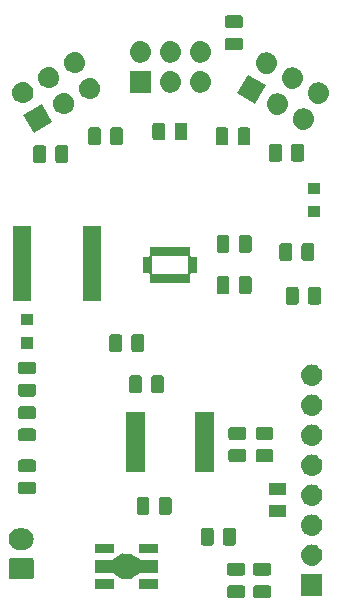
<source format=gbr>
G04 #@! TF.GenerationSoftware,KiCad,Pcbnew,(5.1.2)-2*
G04 #@! TF.CreationDate,2019-12-09T19:40:43+00:00*
G04 #@! TF.ProjectId,main_pcb,6d61696e-5f70-4636-922e-6b696361645f,rev?*
G04 #@! TF.SameCoordinates,Original*
G04 #@! TF.FileFunction,Soldermask,Bot*
G04 #@! TF.FilePolarity,Negative*
%FSLAX46Y46*%
G04 Gerber Fmt 4.6, Leading zero omitted, Abs format (unit mm)*
G04 Created by KiCad (PCBNEW (5.1.2)-2) date 2019-12-09 19:40:43*
%MOMM*%
%LPD*%
G04 APERTURE LIST*
%ADD10C,0.100000*%
G04 APERTURE END LIST*
D10*
G36*
X141584468Y-117903565D02*
G01*
X141623138Y-117915296D01*
X141658777Y-117934346D01*
X141690017Y-117959983D01*
X141715654Y-117991223D01*
X141734704Y-118026862D01*
X141746435Y-118065532D01*
X141751000Y-118111888D01*
X141751000Y-118763112D01*
X141746435Y-118809468D01*
X141734704Y-118848138D01*
X141715654Y-118883777D01*
X141690017Y-118915017D01*
X141658777Y-118940654D01*
X141623138Y-118959704D01*
X141584468Y-118971435D01*
X141538112Y-118976000D01*
X140461888Y-118976000D01*
X140415532Y-118971435D01*
X140376862Y-118959704D01*
X140341223Y-118940654D01*
X140309983Y-118915017D01*
X140284346Y-118883777D01*
X140265296Y-118848138D01*
X140253565Y-118809468D01*
X140249000Y-118763112D01*
X140249000Y-118111888D01*
X140253565Y-118065532D01*
X140265296Y-118026862D01*
X140284346Y-117991223D01*
X140309983Y-117959983D01*
X140341223Y-117934346D01*
X140376862Y-117915296D01*
X140415532Y-117903565D01*
X140461888Y-117899000D01*
X141538112Y-117899000D01*
X141584468Y-117903565D01*
X141584468Y-117903565D01*
G37*
G36*
X139384468Y-117903565D02*
G01*
X139423138Y-117915296D01*
X139458777Y-117934346D01*
X139490017Y-117959983D01*
X139515654Y-117991223D01*
X139534704Y-118026862D01*
X139546435Y-118065532D01*
X139551000Y-118111888D01*
X139551000Y-118763112D01*
X139546435Y-118809468D01*
X139534704Y-118848138D01*
X139515654Y-118883777D01*
X139490017Y-118915017D01*
X139458777Y-118940654D01*
X139423138Y-118959704D01*
X139384468Y-118971435D01*
X139338112Y-118976000D01*
X138261888Y-118976000D01*
X138215532Y-118971435D01*
X138176862Y-118959704D01*
X138141223Y-118940654D01*
X138109983Y-118915017D01*
X138084346Y-118883777D01*
X138065296Y-118848138D01*
X138053565Y-118809468D01*
X138049000Y-118763112D01*
X138049000Y-118111888D01*
X138053565Y-118065532D01*
X138065296Y-118026862D01*
X138084346Y-117991223D01*
X138109983Y-117959983D01*
X138141223Y-117934346D01*
X138176862Y-117915296D01*
X138215532Y-117903565D01*
X138261888Y-117899000D01*
X139338112Y-117899000D01*
X139384468Y-117903565D01*
X139384468Y-117903565D01*
G37*
G36*
X146101000Y-118801000D02*
G01*
X144299000Y-118801000D01*
X144299000Y-116999000D01*
X146101000Y-116999000D01*
X146101000Y-118801000D01*
X146101000Y-118801000D01*
G37*
G36*
X132151000Y-118201000D02*
G01*
X130549000Y-118201000D01*
X130549000Y-117399000D01*
X132151000Y-117399000D01*
X132151000Y-118201000D01*
X132151000Y-118201000D01*
G37*
G36*
X128451000Y-118201000D02*
G01*
X126849000Y-118201000D01*
X126849000Y-117399000D01*
X128451000Y-117399000D01*
X128451000Y-118201000D01*
X128451000Y-118201000D01*
G37*
G36*
X129883951Y-115228006D02*
G01*
X129905574Y-115239535D01*
X129929030Y-115246624D01*
X129953288Y-115249000D01*
X129959106Y-115249000D01*
X129960515Y-115253644D01*
X129972066Y-115275255D01*
X129987611Y-115294197D01*
X130006662Y-115309814D01*
X130633950Y-115728006D01*
X130655573Y-115739535D01*
X130679029Y-115746624D01*
X130703287Y-115749000D01*
X132151000Y-115749000D01*
X132151000Y-116851000D01*
X130703287Y-116851000D01*
X130678901Y-116853402D01*
X130655452Y-116860515D01*
X130633950Y-116871994D01*
X130006662Y-117290186D01*
X129987704Y-117305711D01*
X129972139Y-117324637D01*
X129960565Y-117346235D01*
X129959114Y-117351000D01*
X129953288Y-117351000D01*
X129928902Y-117353402D01*
X129905453Y-117360515D01*
X129883951Y-117371994D01*
X129829032Y-117408607D01*
X129827934Y-117406553D01*
X129812389Y-117387611D01*
X129793447Y-117372066D01*
X129771836Y-117360515D01*
X129748387Y-117353402D01*
X129724001Y-117351000D01*
X129275999Y-117351000D01*
X129251613Y-117353402D01*
X129228164Y-117360515D01*
X129206553Y-117372066D01*
X129187611Y-117387611D01*
X129172066Y-117406553D01*
X129170968Y-117408607D01*
X129116049Y-117371994D01*
X129094426Y-117360465D01*
X129070970Y-117353376D01*
X129046712Y-117351000D01*
X129040894Y-117351000D01*
X129039485Y-117346356D01*
X129027934Y-117324745D01*
X129012389Y-117305803D01*
X128993338Y-117290186D01*
X128366050Y-116871994D01*
X128344427Y-116860465D01*
X128320971Y-116853376D01*
X128296713Y-116851000D01*
X126849000Y-116851000D01*
X126849000Y-115749000D01*
X128296713Y-115749000D01*
X128321099Y-115746598D01*
X128344548Y-115739485D01*
X128366050Y-115728006D01*
X128993338Y-115309814D01*
X129012296Y-115294289D01*
X129027861Y-115275363D01*
X129039435Y-115253765D01*
X129040886Y-115249000D01*
X129046712Y-115249000D01*
X129071098Y-115246598D01*
X129094547Y-115239485D01*
X129116049Y-115228006D01*
X129170968Y-115191393D01*
X129172066Y-115193447D01*
X129187611Y-115212389D01*
X129206553Y-115227934D01*
X129228164Y-115239485D01*
X129251613Y-115246598D01*
X129275999Y-115249000D01*
X129724001Y-115249000D01*
X129748387Y-115246598D01*
X129771836Y-115239485D01*
X129793447Y-115227934D01*
X129812389Y-115212389D01*
X129827934Y-115193447D01*
X129829032Y-115191393D01*
X129883951Y-115228006D01*
X129883951Y-115228006D01*
G37*
G36*
X121508600Y-115602989D02*
G01*
X121541652Y-115613015D01*
X121572103Y-115629292D01*
X121598799Y-115651201D01*
X121620708Y-115677897D01*
X121636985Y-115708348D01*
X121647011Y-115741400D01*
X121651000Y-115781903D01*
X121651000Y-117218097D01*
X121647011Y-117258600D01*
X121636985Y-117291652D01*
X121620708Y-117322103D01*
X121598799Y-117348799D01*
X121572103Y-117370708D01*
X121541652Y-117386985D01*
X121508600Y-117397011D01*
X121468097Y-117401000D01*
X119731903Y-117401000D01*
X119691400Y-117397011D01*
X119658348Y-117386985D01*
X119627897Y-117370708D01*
X119601201Y-117348799D01*
X119579292Y-117322103D01*
X119563015Y-117291652D01*
X119552989Y-117258600D01*
X119549000Y-117218097D01*
X119549000Y-115781903D01*
X119552989Y-115741400D01*
X119563015Y-115708348D01*
X119579292Y-115677897D01*
X119601201Y-115651201D01*
X119627897Y-115629292D01*
X119658348Y-115613015D01*
X119691400Y-115602989D01*
X119731903Y-115599000D01*
X121468097Y-115599000D01*
X121508600Y-115602989D01*
X121508600Y-115602989D01*
G37*
G36*
X139384468Y-116028565D02*
G01*
X139423138Y-116040296D01*
X139458777Y-116059346D01*
X139490017Y-116084983D01*
X139515654Y-116116223D01*
X139534704Y-116151862D01*
X139546435Y-116190532D01*
X139551000Y-116236888D01*
X139551000Y-116888112D01*
X139546435Y-116934468D01*
X139534704Y-116973138D01*
X139515654Y-117008777D01*
X139490017Y-117040017D01*
X139458777Y-117065654D01*
X139423138Y-117084704D01*
X139384468Y-117096435D01*
X139338112Y-117101000D01*
X138261888Y-117101000D01*
X138215532Y-117096435D01*
X138176862Y-117084704D01*
X138141223Y-117065654D01*
X138109983Y-117040017D01*
X138084346Y-117008777D01*
X138065296Y-116973138D01*
X138053565Y-116934468D01*
X138049000Y-116888112D01*
X138049000Y-116236888D01*
X138053565Y-116190532D01*
X138065296Y-116151862D01*
X138084346Y-116116223D01*
X138109983Y-116084983D01*
X138141223Y-116059346D01*
X138176862Y-116040296D01*
X138215532Y-116028565D01*
X138261888Y-116024000D01*
X139338112Y-116024000D01*
X139384468Y-116028565D01*
X139384468Y-116028565D01*
G37*
G36*
X141584468Y-116028565D02*
G01*
X141623138Y-116040296D01*
X141658777Y-116059346D01*
X141690017Y-116084983D01*
X141715654Y-116116223D01*
X141734704Y-116151862D01*
X141746435Y-116190532D01*
X141751000Y-116236888D01*
X141751000Y-116888112D01*
X141746435Y-116934468D01*
X141734704Y-116973138D01*
X141715654Y-117008777D01*
X141690017Y-117040017D01*
X141658777Y-117065654D01*
X141623138Y-117084704D01*
X141584468Y-117096435D01*
X141538112Y-117101000D01*
X140461888Y-117101000D01*
X140415532Y-117096435D01*
X140376862Y-117084704D01*
X140341223Y-117065654D01*
X140309983Y-117040017D01*
X140284346Y-117008777D01*
X140265296Y-116973138D01*
X140253565Y-116934468D01*
X140249000Y-116888112D01*
X140249000Y-116236888D01*
X140253565Y-116190532D01*
X140265296Y-116151862D01*
X140284346Y-116116223D01*
X140309983Y-116084983D01*
X140341223Y-116059346D01*
X140376862Y-116040296D01*
X140415532Y-116028565D01*
X140461888Y-116024000D01*
X141538112Y-116024000D01*
X141584468Y-116028565D01*
X141584468Y-116028565D01*
G37*
G36*
X145310443Y-114465519D02*
G01*
X145376627Y-114472037D01*
X145546466Y-114523557D01*
X145546468Y-114523558D01*
X145588128Y-114545826D01*
X145702991Y-114607222D01*
X145738729Y-114636552D01*
X145840186Y-114719814D01*
X145923448Y-114821271D01*
X145952778Y-114857009D01*
X146036443Y-115013534D01*
X146087963Y-115183373D01*
X146105359Y-115360000D01*
X146087963Y-115536627D01*
X146036443Y-115706466D01*
X145952778Y-115862991D01*
X145923448Y-115898729D01*
X145840186Y-116000186D01*
X145768098Y-116059346D01*
X145702991Y-116112778D01*
X145546466Y-116196443D01*
X145376627Y-116247963D01*
X145310443Y-116254481D01*
X145244260Y-116261000D01*
X145155740Y-116261000D01*
X145089557Y-116254481D01*
X145023373Y-116247963D01*
X144853534Y-116196443D01*
X144697009Y-116112778D01*
X144631902Y-116059346D01*
X144559814Y-116000186D01*
X144476552Y-115898729D01*
X144447222Y-115862991D01*
X144363557Y-115706466D01*
X144312037Y-115536627D01*
X144294641Y-115360000D01*
X144312037Y-115183373D01*
X144363557Y-115013534D01*
X144447222Y-114857009D01*
X144476552Y-114821271D01*
X144559814Y-114719814D01*
X144661271Y-114636552D01*
X144697009Y-114607222D01*
X144811872Y-114545826D01*
X144853532Y-114523558D01*
X144853534Y-114523557D01*
X145023373Y-114472037D01*
X145089557Y-114465519D01*
X145155740Y-114459000D01*
X145244260Y-114459000D01*
X145310443Y-114465519D01*
X145310443Y-114465519D01*
G37*
G36*
X132151000Y-115201000D02*
G01*
X130549000Y-115201000D01*
X130549000Y-114399000D01*
X132151000Y-114399000D01*
X132151000Y-115201000D01*
X132151000Y-115201000D01*
G37*
G36*
X128451000Y-115201000D02*
G01*
X126849000Y-115201000D01*
X126849000Y-114399000D01*
X128451000Y-114399000D01*
X128451000Y-115201000D01*
X128451000Y-115201000D01*
G37*
G36*
X120860443Y-113105519D02*
G01*
X120926627Y-113112037D01*
X121096466Y-113163557D01*
X121252991Y-113247222D01*
X121270861Y-113261888D01*
X121390186Y-113359814D01*
X121472557Y-113460185D01*
X121502778Y-113497009D01*
X121586443Y-113653534D01*
X121637963Y-113823373D01*
X121655359Y-114000000D01*
X121637963Y-114176627D01*
X121586443Y-114346466D01*
X121502778Y-114502991D01*
X121485900Y-114523557D01*
X121390186Y-114640186D01*
X121293156Y-114719815D01*
X121252991Y-114752778D01*
X121096466Y-114836443D01*
X120926627Y-114887963D01*
X120860443Y-114894481D01*
X120794260Y-114901000D01*
X120405740Y-114901000D01*
X120339557Y-114894481D01*
X120273373Y-114887963D01*
X120103534Y-114836443D01*
X119947009Y-114752778D01*
X119906844Y-114719815D01*
X119809814Y-114640186D01*
X119714100Y-114523557D01*
X119697222Y-114502991D01*
X119613557Y-114346466D01*
X119562037Y-114176627D01*
X119544641Y-114000000D01*
X119562037Y-113823373D01*
X119613557Y-113653534D01*
X119697222Y-113497009D01*
X119727443Y-113460185D01*
X119809814Y-113359814D01*
X119929139Y-113261888D01*
X119947009Y-113247222D01*
X120103534Y-113163557D01*
X120273373Y-113112037D01*
X120339557Y-113105519D01*
X120405740Y-113099000D01*
X120794260Y-113099000D01*
X120860443Y-113105519D01*
X120860443Y-113105519D01*
G37*
G36*
X136734468Y-113053565D02*
G01*
X136773138Y-113065296D01*
X136808777Y-113084346D01*
X136840017Y-113109983D01*
X136865654Y-113141223D01*
X136884704Y-113176862D01*
X136896435Y-113215532D01*
X136901000Y-113261888D01*
X136901000Y-114338112D01*
X136896435Y-114384468D01*
X136884704Y-114423138D01*
X136865654Y-114458777D01*
X136840017Y-114490017D01*
X136808777Y-114515654D01*
X136773138Y-114534704D01*
X136734468Y-114546435D01*
X136688112Y-114551000D01*
X136036888Y-114551000D01*
X135990532Y-114546435D01*
X135951862Y-114534704D01*
X135916223Y-114515654D01*
X135884983Y-114490017D01*
X135859346Y-114458777D01*
X135840296Y-114423138D01*
X135828565Y-114384468D01*
X135824000Y-114338112D01*
X135824000Y-113261888D01*
X135828565Y-113215532D01*
X135840296Y-113176862D01*
X135859346Y-113141223D01*
X135884983Y-113109983D01*
X135916223Y-113084346D01*
X135951862Y-113065296D01*
X135990532Y-113053565D01*
X136036888Y-113049000D01*
X136688112Y-113049000D01*
X136734468Y-113053565D01*
X136734468Y-113053565D01*
G37*
G36*
X138609468Y-113053565D02*
G01*
X138648138Y-113065296D01*
X138683777Y-113084346D01*
X138715017Y-113109983D01*
X138740654Y-113141223D01*
X138759704Y-113176862D01*
X138771435Y-113215532D01*
X138776000Y-113261888D01*
X138776000Y-114338112D01*
X138771435Y-114384468D01*
X138759704Y-114423138D01*
X138740654Y-114458777D01*
X138715017Y-114490017D01*
X138683777Y-114515654D01*
X138648138Y-114534704D01*
X138609468Y-114546435D01*
X138563112Y-114551000D01*
X137911888Y-114551000D01*
X137865532Y-114546435D01*
X137826862Y-114534704D01*
X137791223Y-114515654D01*
X137759983Y-114490017D01*
X137734346Y-114458777D01*
X137715296Y-114423138D01*
X137703565Y-114384468D01*
X137699000Y-114338112D01*
X137699000Y-113261888D01*
X137703565Y-113215532D01*
X137715296Y-113176862D01*
X137734346Y-113141223D01*
X137759983Y-113109983D01*
X137791223Y-113084346D01*
X137826862Y-113065296D01*
X137865532Y-113053565D01*
X137911888Y-113049000D01*
X138563112Y-113049000D01*
X138609468Y-113053565D01*
X138609468Y-113053565D01*
G37*
G36*
X145310443Y-111925519D02*
G01*
X145376627Y-111932037D01*
X145546466Y-111983557D01*
X145702991Y-112067222D01*
X145723163Y-112083777D01*
X145840186Y-112179814D01*
X145923448Y-112281271D01*
X145952778Y-112317009D01*
X146036443Y-112473534D01*
X146087963Y-112643373D01*
X146105359Y-112820000D01*
X146087963Y-112996627D01*
X146044100Y-113141223D01*
X146036442Y-113166468D01*
X145994611Y-113244728D01*
X145952778Y-113322991D01*
X145923448Y-113358729D01*
X145840186Y-113460186D01*
X145738729Y-113543448D01*
X145702991Y-113572778D01*
X145546466Y-113656443D01*
X145376627Y-113707963D01*
X145310443Y-113714481D01*
X145244260Y-113721000D01*
X145155740Y-113721000D01*
X145089557Y-113714481D01*
X145023373Y-113707963D01*
X144853534Y-113656443D01*
X144697009Y-113572778D01*
X144661271Y-113543448D01*
X144559814Y-113460186D01*
X144476552Y-113358729D01*
X144447222Y-113322991D01*
X144405389Y-113244728D01*
X144363558Y-113166468D01*
X144355900Y-113141223D01*
X144312037Y-112996627D01*
X144294641Y-112820000D01*
X144312037Y-112643373D01*
X144363557Y-112473534D01*
X144447222Y-112317009D01*
X144476552Y-112281271D01*
X144559814Y-112179814D01*
X144676837Y-112083777D01*
X144697009Y-112067222D01*
X144853534Y-111983557D01*
X145023373Y-111932037D01*
X145089557Y-111925519D01*
X145155740Y-111919000D01*
X145244260Y-111919000D01*
X145310443Y-111925519D01*
X145310443Y-111925519D01*
G37*
G36*
X142884468Y-111103565D02*
G01*
X142923138Y-111115296D01*
X142958777Y-111134346D01*
X142990017Y-111159983D01*
X143015654Y-111191223D01*
X143034704Y-111226862D01*
X143046435Y-111265532D01*
X143051000Y-111311888D01*
X143051000Y-111963112D01*
X143046435Y-112009468D01*
X143034704Y-112048138D01*
X143015654Y-112083777D01*
X142990017Y-112115017D01*
X142958777Y-112140654D01*
X142923138Y-112159704D01*
X142884468Y-112171435D01*
X142838112Y-112176000D01*
X141761888Y-112176000D01*
X141715532Y-112171435D01*
X141676862Y-112159704D01*
X141641223Y-112140654D01*
X141609983Y-112115017D01*
X141584346Y-112083777D01*
X141565296Y-112048138D01*
X141553565Y-112009468D01*
X141549000Y-111963112D01*
X141549000Y-111311888D01*
X141553565Y-111265532D01*
X141565296Y-111226862D01*
X141584346Y-111191223D01*
X141609983Y-111159983D01*
X141641223Y-111134346D01*
X141676862Y-111115296D01*
X141715532Y-111103565D01*
X141761888Y-111099000D01*
X142838112Y-111099000D01*
X142884468Y-111103565D01*
X142884468Y-111103565D01*
G37*
G36*
X133171968Y-110453565D02*
G01*
X133210638Y-110465296D01*
X133246277Y-110484346D01*
X133277517Y-110509983D01*
X133303154Y-110541223D01*
X133322204Y-110576862D01*
X133333935Y-110615532D01*
X133338500Y-110661888D01*
X133338500Y-111738112D01*
X133333935Y-111784468D01*
X133322204Y-111823138D01*
X133303154Y-111858777D01*
X133277517Y-111890017D01*
X133246277Y-111915654D01*
X133210638Y-111934704D01*
X133171968Y-111946435D01*
X133125612Y-111951000D01*
X132474388Y-111951000D01*
X132428032Y-111946435D01*
X132389362Y-111934704D01*
X132353723Y-111915654D01*
X132322483Y-111890017D01*
X132296846Y-111858777D01*
X132277796Y-111823138D01*
X132266065Y-111784468D01*
X132261500Y-111738112D01*
X132261500Y-110661888D01*
X132266065Y-110615532D01*
X132277796Y-110576862D01*
X132296846Y-110541223D01*
X132322483Y-110509983D01*
X132353723Y-110484346D01*
X132389362Y-110465296D01*
X132428032Y-110453565D01*
X132474388Y-110449000D01*
X133125612Y-110449000D01*
X133171968Y-110453565D01*
X133171968Y-110453565D01*
G37*
G36*
X131296968Y-110453565D02*
G01*
X131335638Y-110465296D01*
X131371277Y-110484346D01*
X131402517Y-110509983D01*
X131428154Y-110541223D01*
X131447204Y-110576862D01*
X131458935Y-110615532D01*
X131463500Y-110661888D01*
X131463500Y-111738112D01*
X131458935Y-111784468D01*
X131447204Y-111823138D01*
X131428154Y-111858777D01*
X131402517Y-111890017D01*
X131371277Y-111915654D01*
X131335638Y-111934704D01*
X131296968Y-111946435D01*
X131250612Y-111951000D01*
X130599388Y-111951000D01*
X130553032Y-111946435D01*
X130514362Y-111934704D01*
X130478723Y-111915654D01*
X130447483Y-111890017D01*
X130421846Y-111858777D01*
X130402796Y-111823138D01*
X130391065Y-111784468D01*
X130386500Y-111738112D01*
X130386500Y-110661888D01*
X130391065Y-110615532D01*
X130402796Y-110576862D01*
X130421846Y-110541223D01*
X130447483Y-110509983D01*
X130478723Y-110484346D01*
X130514362Y-110465296D01*
X130553032Y-110453565D01*
X130599388Y-110449000D01*
X131250612Y-110449000D01*
X131296968Y-110453565D01*
X131296968Y-110453565D01*
G37*
G36*
X145310442Y-109385518D02*
G01*
X145376627Y-109392037D01*
X145546466Y-109443557D01*
X145702991Y-109527222D01*
X145738729Y-109556552D01*
X145840186Y-109639814D01*
X145923448Y-109741271D01*
X145952778Y-109777009D01*
X146036443Y-109933534D01*
X146087963Y-110103373D01*
X146105359Y-110280000D01*
X146087963Y-110456627D01*
X146036443Y-110626466D01*
X145952778Y-110782991D01*
X145923448Y-110818729D01*
X145840186Y-110920186D01*
X145738729Y-111003448D01*
X145702991Y-111032778D01*
X145546466Y-111116443D01*
X145376627Y-111167963D01*
X145310442Y-111174482D01*
X145244260Y-111181000D01*
X145155740Y-111181000D01*
X145089558Y-111174482D01*
X145023373Y-111167963D01*
X144853534Y-111116443D01*
X144697009Y-111032778D01*
X144661271Y-111003448D01*
X144559814Y-110920186D01*
X144476552Y-110818729D01*
X144447222Y-110782991D01*
X144363557Y-110626466D01*
X144312037Y-110456627D01*
X144294641Y-110280000D01*
X144312037Y-110103373D01*
X144363557Y-109933534D01*
X144447222Y-109777009D01*
X144476552Y-109741271D01*
X144559814Y-109639814D01*
X144661271Y-109556552D01*
X144697009Y-109527222D01*
X144853534Y-109443557D01*
X145023373Y-109392037D01*
X145089558Y-109385518D01*
X145155740Y-109379000D01*
X145244260Y-109379000D01*
X145310442Y-109385518D01*
X145310442Y-109385518D01*
G37*
G36*
X142884468Y-109228565D02*
G01*
X142923138Y-109240296D01*
X142958777Y-109259346D01*
X142990017Y-109284983D01*
X143015654Y-109316223D01*
X143034704Y-109351862D01*
X143046435Y-109390532D01*
X143051000Y-109436888D01*
X143051000Y-110088112D01*
X143046435Y-110134468D01*
X143034704Y-110173138D01*
X143015654Y-110208777D01*
X142990017Y-110240017D01*
X142958777Y-110265654D01*
X142923138Y-110284704D01*
X142884468Y-110296435D01*
X142838112Y-110301000D01*
X141761888Y-110301000D01*
X141715532Y-110296435D01*
X141676862Y-110284704D01*
X141641223Y-110265654D01*
X141609983Y-110240017D01*
X141584346Y-110208777D01*
X141565296Y-110173138D01*
X141553565Y-110134468D01*
X141549000Y-110088112D01*
X141549000Y-109436888D01*
X141553565Y-109390532D01*
X141565296Y-109351862D01*
X141584346Y-109316223D01*
X141609983Y-109284983D01*
X141641223Y-109259346D01*
X141676862Y-109240296D01*
X141715532Y-109228565D01*
X141761888Y-109224000D01*
X142838112Y-109224000D01*
X142884468Y-109228565D01*
X142884468Y-109228565D01*
G37*
G36*
X121684468Y-109141065D02*
G01*
X121723138Y-109152796D01*
X121758777Y-109171846D01*
X121790017Y-109197483D01*
X121815654Y-109228723D01*
X121834704Y-109264362D01*
X121846435Y-109303032D01*
X121851000Y-109349388D01*
X121851000Y-110000612D01*
X121846435Y-110046968D01*
X121834704Y-110085638D01*
X121815654Y-110121277D01*
X121790017Y-110152517D01*
X121758777Y-110178154D01*
X121723138Y-110197204D01*
X121684468Y-110208935D01*
X121638112Y-110213500D01*
X120561888Y-110213500D01*
X120515532Y-110208935D01*
X120476862Y-110197204D01*
X120441223Y-110178154D01*
X120409983Y-110152517D01*
X120384346Y-110121277D01*
X120365296Y-110085638D01*
X120353565Y-110046968D01*
X120349000Y-110000612D01*
X120349000Y-109349388D01*
X120353565Y-109303032D01*
X120365296Y-109264362D01*
X120384346Y-109228723D01*
X120409983Y-109197483D01*
X120441223Y-109171846D01*
X120476862Y-109152796D01*
X120515532Y-109141065D01*
X120561888Y-109136500D01*
X121638112Y-109136500D01*
X121684468Y-109141065D01*
X121684468Y-109141065D01*
G37*
G36*
X145310442Y-106845518D02*
G01*
X145376627Y-106852037D01*
X145546466Y-106903557D01*
X145702991Y-106987222D01*
X145738729Y-107016552D01*
X145840186Y-107099814D01*
X145923448Y-107201271D01*
X145952778Y-107237009D01*
X146036443Y-107393534D01*
X146087963Y-107563373D01*
X146105359Y-107740000D01*
X146087963Y-107916627D01*
X146036443Y-108086466D01*
X145952778Y-108242991D01*
X145950081Y-108246277D01*
X145840186Y-108380186D01*
X145738729Y-108463448D01*
X145702991Y-108492778D01*
X145546466Y-108576443D01*
X145376627Y-108627963D01*
X145310443Y-108634481D01*
X145244260Y-108641000D01*
X145155740Y-108641000D01*
X145089557Y-108634481D01*
X145023373Y-108627963D01*
X144853534Y-108576443D01*
X144697009Y-108492778D01*
X144661271Y-108463448D01*
X144559814Y-108380186D01*
X144449919Y-108246277D01*
X144447222Y-108242991D01*
X144363557Y-108086466D01*
X144312037Y-107916627D01*
X144294641Y-107740000D01*
X144312037Y-107563373D01*
X144363557Y-107393534D01*
X144447222Y-107237009D01*
X144476552Y-107201271D01*
X144559814Y-107099814D01*
X144661271Y-107016552D01*
X144697009Y-106987222D01*
X144853534Y-106903557D01*
X145023373Y-106852037D01*
X145089558Y-106845518D01*
X145155740Y-106839000D01*
X145244260Y-106839000D01*
X145310442Y-106845518D01*
X145310442Y-106845518D01*
G37*
G36*
X131050500Y-108351000D02*
G01*
X129473500Y-108351000D01*
X129473500Y-103249000D01*
X131050500Y-103249000D01*
X131050500Y-108351000D01*
X131050500Y-108351000D01*
G37*
G36*
X136926500Y-108351000D02*
G01*
X135349500Y-108351000D01*
X135349500Y-103249000D01*
X136926500Y-103249000D01*
X136926500Y-108351000D01*
X136926500Y-108351000D01*
G37*
G36*
X121684468Y-107266065D02*
G01*
X121723138Y-107277796D01*
X121758777Y-107296846D01*
X121790017Y-107322483D01*
X121815654Y-107353723D01*
X121834704Y-107389362D01*
X121846435Y-107428032D01*
X121851000Y-107474388D01*
X121851000Y-108125612D01*
X121846435Y-108171968D01*
X121834704Y-108210638D01*
X121815654Y-108246277D01*
X121790017Y-108277517D01*
X121758777Y-108303154D01*
X121723138Y-108322204D01*
X121684468Y-108333935D01*
X121638112Y-108338500D01*
X120561888Y-108338500D01*
X120515532Y-108333935D01*
X120476862Y-108322204D01*
X120441223Y-108303154D01*
X120409983Y-108277517D01*
X120384346Y-108246277D01*
X120365296Y-108210638D01*
X120353565Y-108171968D01*
X120349000Y-108125612D01*
X120349000Y-107474388D01*
X120353565Y-107428032D01*
X120365296Y-107389362D01*
X120384346Y-107353723D01*
X120409983Y-107322483D01*
X120441223Y-107296846D01*
X120476862Y-107277796D01*
X120515532Y-107266065D01*
X120561888Y-107261500D01*
X121638112Y-107261500D01*
X121684468Y-107266065D01*
X121684468Y-107266065D01*
G37*
G36*
X139484468Y-106403565D02*
G01*
X139523138Y-106415296D01*
X139558777Y-106434346D01*
X139590017Y-106459983D01*
X139615654Y-106491223D01*
X139634704Y-106526862D01*
X139646435Y-106565532D01*
X139651000Y-106611888D01*
X139651000Y-107263112D01*
X139646435Y-107309468D01*
X139634704Y-107348138D01*
X139615654Y-107383777D01*
X139590017Y-107415017D01*
X139558777Y-107440654D01*
X139523138Y-107459704D01*
X139484468Y-107471435D01*
X139438112Y-107476000D01*
X138361888Y-107476000D01*
X138315532Y-107471435D01*
X138276862Y-107459704D01*
X138241223Y-107440654D01*
X138209983Y-107415017D01*
X138184346Y-107383777D01*
X138165296Y-107348138D01*
X138153565Y-107309468D01*
X138149000Y-107263112D01*
X138149000Y-106611888D01*
X138153565Y-106565532D01*
X138165296Y-106526862D01*
X138184346Y-106491223D01*
X138209983Y-106459983D01*
X138241223Y-106434346D01*
X138276862Y-106415296D01*
X138315532Y-106403565D01*
X138361888Y-106399000D01*
X139438112Y-106399000D01*
X139484468Y-106403565D01*
X139484468Y-106403565D01*
G37*
G36*
X141784468Y-106403565D02*
G01*
X141823138Y-106415296D01*
X141858777Y-106434346D01*
X141890017Y-106459983D01*
X141915654Y-106491223D01*
X141934704Y-106526862D01*
X141946435Y-106565532D01*
X141951000Y-106611888D01*
X141951000Y-107263112D01*
X141946435Y-107309468D01*
X141934704Y-107348138D01*
X141915654Y-107383777D01*
X141890017Y-107415017D01*
X141858777Y-107440654D01*
X141823138Y-107459704D01*
X141784468Y-107471435D01*
X141738112Y-107476000D01*
X140661888Y-107476000D01*
X140615532Y-107471435D01*
X140576862Y-107459704D01*
X140541223Y-107440654D01*
X140509983Y-107415017D01*
X140484346Y-107383777D01*
X140465296Y-107348138D01*
X140453565Y-107309468D01*
X140449000Y-107263112D01*
X140449000Y-106611888D01*
X140453565Y-106565532D01*
X140465296Y-106526862D01*
X140484346Y-106491223D01*
X140509983Y-106459983D01*
X140541223Y-106434346D01*
X140576862Y-106415296D01*
X140615532Y-106403565D01*
X140661888Y-106399000D01*
X141738112Y-106399000D01*
X141784468Y-106403565D01*
X141784468Y-106403565D01*
G37*
G36*
X145310442Y-104305518D02*
G01*
X145376627Y-104312037D01*
X145546466Y-104363557D01*
X145702991Y-104447222D01*
X145707594Y-104451000D01*
X145840186Y-104559814D01*
X145908998Y-104643663D01*
X145952778Y-104697009D01*
X146036443Y-104853534D01*
X146087963Y-105023373D01*
X146105359Y-105200000D01*
X146087963Y-105376627D01*
X146038399Y-105540017D01*
X146036442Y-105546468D01*
X146010059Y-105595826D01*
X145952778Y-105702991D01*
X145944153Y-105713500D01*
X145840186Y-105840186D01*
X145738729Y-105923448D01*
X145702991Y-105952778D01*
X145546466Y-106036443D01*
X145376627Y-106087963D01*
X145310443Y-106094481D01*
X145244260Y-106101000D01*
X145155740Y-106101000D01*
X145089557Y-106094481D01*
X145023373Y-106087963D01*
X144853534Y-106036443D01*
X144697009Y-105952778D01*
X144661271Y-105923448D01*
X144559814Y-105840186D01*
X144455847Y-105713500D01*
X144447222Y-105702991D01*
X144389941Y-105595826D01*
X144363558Y-105546468D01*
X144361601Y-105540017D01*
X144312037Y-105376627D01*
X144294641Y-105200000D01*
X144312037Y-105023373D01*
X144363557Y-104853534D01*
X144447222Y-104697009D01*
X144491002Y-104643663D01*
X144559814Y-104559814D01*
X144692406Y-104451000D01*
X144697009Y-104447222D01*
X144853534Y-104363557D01*
X145023373Y-104312037D01*
X145089558Y-104305518D01*
X145155740Y-104299000D01*
X145244260Y-104299000D01*
X145310442Y-104305518D01*
X145310442Y-104305518D01*
G37*
G36*
X121684468Y-104641065D02*
G01*
X121723138Y-104652796D01*
X121758777Y-104671846D01*
X121790017Y-104697483D01*
X121815654Y-104728723D01*
X121834704Y-104764362D01*
X121846435Y-104803032D01*
X121851000Y-104849388D01*
X121851000Y-105500612D01*
X121846435Y-105546968D01*
X121834704Y-105585638D01*
X121815654Y-105621277D01*
X121790017Y-105652517D01*
X121758777Y-105678154D01*
X121723138Y-105697204D01*
X121684468Y-105708935D01*
X121638112Y-105713500D01*
X120561888Y-105713500D01*
X120515532Y-105708935D01*
X120476862Y-105697204D01*
X120441223Y-105678154D01*
X120409983Y-105652517D01*
X120384346Y-105621277D01*
X120365296Y-105585638D01*
X120353565Y-105546968D01*
X120349000Y-105500612D01*
X120349000Y-104849388D01*
X120353565Y-104803032D01*
X120365296Y-104764362D01*
X120384346Y-104728723D01*
X120409983Y-104697483D01*
X120441223Y-104671846D01*
X120476862Y-104652796D01*
X120515532Y-104641065D01*
X120561888Y-104636500D01*
X121638112Y-104636500D01*
X121684468Y-104641065D01*
X121684468Y-104641065D01*
G37*
G36*
X139484468Y-104528565D02*
G01*
X139523138Y-104540296D01*
X139558777Y-104559346D01*
X139590017Y-104584983D01*
X139615654Y-104616223D01*
X139634704Y-104651862D01*
X139646435Y-104690532D01*
X139651000Y-104736888D01*
X139651000Y-105388112D01*
X139646435Y-105434468D01*
X139634704Y-105473138D01*
X139615654Y-105508777D01*
X139590017Y-105540017D01*
X139558777Y-105565654D01*
X139523138Y-105584704D01*
X139484468Y-105596435D01*
X139438112Y-105601000D01*
X138361888Y-105601000D01*
X138315532Y-105596435D01*
X138276862Y-105584704D01*
X138241223Y-105565654D01*
X138209983Y-105540017D01*
X138184346Y-105508777D01*
X138165296Y-105473138D01*
X138153565Y-105434468D01*
X138149000Y-105388112D01*
X138149000Y-104736888D01*
X138153565Y-104690532D01*
X138165296Y-104651862D01*
X138184346Y-104616223D01*
X138209983Y-104584983D01*
X138241223Y-104559346D01*
X138276862Y-104540296D01*
X138315532Y-104528565D01*
X138361888Y-104524000D01*
X139438112Y-104524000D01*
X139484468Y-104528565D01*
X139484468Y-104528565D01*
G37*
G36*
X141784468Y-104528565D02*
G01*
X141823138Y-104540296D01*
X141858777Y-104559346D01*
X141890017Y-104584983D01*
X141915654Y-104616223D01*
X141934704Y-104651862D01*
X141946435Y-104690532D01*
X141951000Y-104736888D01*
X141951000Y-105388112D01*
X141946435Y-105434468D01*
X141934704Y-105473138D01*
X141915654Y-105508777D01*
X141890017Y-105540017D01*
X141858777Y-105565654D01*
X141823138Y-105584704D01*
X141784468Y-105596435D01*
X141738112Y-105601000D01*
X140661888Y-105601000D01*
X140615532Y-105596435D01*
X140576862Y-105584704D01*
X140541223Y-105565654D01*
X140509983Y-105540017D01*
X140484346Y-105508777D01*
X140465296Y-105473138D01*
X140453565Y-105434468D01*
X140449000Y-105388112D01*
X140449000Y-104736888D01*
X140453565Y-104690532D01*
X140465296Y-104651862D01*
X140484346Y-104616223D01*
X140509983Y-104584983D01*
X140541223Y-104559346D01*
X140576862Y-104540296D01*
X140615532Y-104528565D01*
X140661888Y-104524000D01*
X141738112Y-104524000D01*
X141784468Y-104528565D01*
X141784468Y-104528565D01*
G37*
G36*
X121684468Y-102766065D02*
G01*
X121723138Y-102777796D01*
X121758777Y-102796846D01*
X121790017Y-102822483D01*
X121815654Y-102853723D01*
X121834704Y-102889362D01*
X121846435Y-102928032D01*
X121851000Y-102974388D01*
X121851000Y-103625612D01*
X121846435Y-103671968D01*
X121834704Y-103710638D01*
X121815654Y-103746277D01*
X121790017Y-103777517D01*
X121758777Y-103803154D01*
X121723138Y-103822204D01*
X121684468Y-103833935D01*
X121638112Y-103838500D01*
X120561888Y-103838500D01*
X120515532Y-103833935D01*
X120476862Y-103822204D01*
X120441223Y-103803154D01*
X120409983Y-103777517D01*
X120384346Y-103746277D01*
X120365296Y-103710638D01*
X120353565Y-103671968D01*
X120349000Y-103625612D01*
X120349000Y-102974388D01*
X120353565Y-102928032D01*
X120365296Y-102889362D01*
X120384346Y-102853723D01*
X120409983Y-102822483D01*
X120441223Y-102796846D01*
X120476862Y-102777796D01*
X120515532Y-102766065D01*
X120561888Y-102761500D01*
X121638112Y-102761500D01*
X121684468Y-102766065D01*
X121684468Y-102766065D01*
G37*
G36*
X145310442Y-101765518D02*
G01*
X145376627Y-101772037D01*
X145546466Y-101823557D01*
X145702991Y-101907222D01*
X145716130Y-101918005D01*
X145840186Y-102019814D01*
X145923448Y-102121271D01*
X145952778Y-102157009D01*
X146036443Y-102313534D01*
X146087963Y-102483373D01*
X146105359Y-102660000D01*
X146087963Y-102836627D01*
X146036443Y-103006466D01*
X145952778Y-103162991D01*
X145923448Y-103198729D01*
X145840186Y-103300186D01*
X145738729Y-103383448D01*
X145702991Y-103412778D01*
X145546466Y-103496443D01*
X145376627Y-103547963D01*
X145310442Y-103554482D01*
X145244260Y-103561000D01*
X145155740Y-103561000D01*
X145089558Y-103554482D01*
X145023373Y-103547963D01*
X144853534Y-103496443D01*
X144697009Y-103412778D01*
X144661271Y-103383448D01*
X144559814Y-103300186D01*
X144476552Y-103198729D01*
X144447222Y-103162991D01*
X144363557Y-103006466D01*
X144312037Y-102836627D01*
X144294641Y-102660000D01*
X144312037Y-102483373D01*
X144363557Y-102313534D01*
X144447222Y-102157009D01*
X144476552Y-102121271D01*
X144559814Y-102019814D01*
X144683870Y-101918005D01*
X144697009Y-101907222D01*
X144853534Y-101823557D01*
X145023373Y-101772037D01*
X145089558Y-101765518D01*
X145155740Y-101759000D01*
X145244260Y-101759000D01*
X145310442Y-101765518D01*
X145310442Y-101765518D01*
G37*
G36*
X121684468Y-100866065D02*
G01*
X121723138Y-100877796D01*
X121758777Y-100896846D01*
X121790017Y-100922483D01*
X121815654Y-100953723D01*
X121834704Y-100989362D01*
X121846435Y-101028032D01*
X121851000Y-101074388D01*
X121851000Y-101725612D01*
X121846435Y-101771968D01*
X121834704Y-101810638D01*
X121815654Y-101846277D01*
X121790017Y-101877517D01*
X121758777Y-101903154D01*
X121723138Y-101922204D01*
X121684468Y-101933935D01*
X121638112Y-101938500D01*
X120561888Y-101938500D01*
X120515532Y-101933935D01*
X120476862Y-101922204D01*
X120441223Y-101903154D01*
X120409983Y-101877517D01*
X120384346Y-101846277D01*
X120365296Y-101810638D01*
X120353565Y-101771968D01*
X120349000Y-101725612D01*
X120349000Y-101074388D01*
X120353565Y-101028032D01*
X120365296Y-100989362D01*
X120384346Y-100953723D01*
X120409983Y-100922483D01*
X120441223Y-100896846D01*
X120476862Y-100877796D01*
X120515532Y-100866065D01*
X120561888Y-100861500D01*
X121638112Y-100861500D01*
X121684468Y-100866065D01*
X121684468Y-100866065D01*
G37*
G36*
X130634468Y-100153565D02*
G01*
X130673138Y-100165296D01*
X130708777Y-100184346D01*
X130740017Y-100209983D01*
X130765654Y-100241223D01*
X130784704Y-100276862D01*
X130796435Y-100315532D01*
X130801000Y-100361888D01*
X130801000Y-101438112D01*
X130796435Y-101484468D01*
X130784704Y-101523138D01*
X130765654Y-101558777D01*
X130740017Y-101590017D01*
X130708777Y-101615654D01*
X130673138Y-101634704D01*
X130634468Y-101646435D01*
X130588112Y-101651000D01*
X129936888Y-101651000D01*
X129890532Y-101646435D01*
X129851862Y-101634704D01*
X129816223Y-101615654D01*
X129784983Y-101590017D01*
X129759346Y-101558777D01*
X129740296Y-101523138D01*
X129728565Y-101484468D01*
X129724000Y-101438112D01*
X129724000Y-100361888D01*
X129728565Y-100315532D01*
X129740296Y-100276862D01*
X129759346Y-100241223D01*
X129784983Y-100209983D01*
X129816223Y-100184346D01*
X129851862Y-100165296D01*
X129890532Y-100153565D01*
X129936888Y-100149000D01*
X130588112Y-100149000D01*
X130634468Y-100153565D01*
X130634468Y-100153565D01*
G37*
G36*
X132509468Y-100153565D02*
G01*
X132548138Y-100165296D01*
X132583777Y-100184346D01*
X132615017Y-100209983D01*
X132640654Y-100241223D01*
X132659704Y-100276862D01*
X132671435Y-100315532D01*
X132676000Y-100361888D01*
X132676000Y-101438112D01*
X132671435Y-101484468D01*
X132659704Y-101523138D01*
X132640654Y-101558777D01*
X132615017Y-101590017D01*
X132583777Y-101615654D01*
X132548138Y-101634704D01*
X132509468Y-101646435D01*
X132463112Y-101651000D01*
X131811888Y-101651000D01*
X131765532Y-101646435D01*
X131726862Y-101634704D01*
X131691223Y-101615654D01*
X131659983Y-101590017D01*
X131634346Y-101558777D01*
X131615296Y-101523138D01*
X131603565Y-101484468D01*
X131599000Y-101438112D01*
X131599000Y-100361888D01*
X131603565Y-100315532D01*
X131615296Y-100276862D01*
X131634346Y-100241223D01*
X131659983Y-100209983D01*
X131691223Y-100184346D01*
X131726862Y-100165296D01*
X131765532Y-100153565D01*
X131811888Y-100149000D01*
X132463112Y-100149000D01*
X132509468Y-100153565D01*
X132509468Y-100153565D01*
G37*
G36*
X145310442Y-99225518D02*
G01*
X145376627Y-99232037D01*
X145546466Y-99283557D01*
X145702991Y-99367222D01*
X145738729Y-99396552D01*
X145840186Y-99479814D01*
X145923448Y-99581271D01*
X145952778Y-99617009D01*
X146036443Y-99773534D01*
X146087963Y-99943373D01*
X146105359Y-100120000D01*
X146087963Y-100296627D01*
X146036443Y-100466466D01*
X145952778Y-100622991D01*
X145923448Y-100658729D01*
X145840186Y-100760186D01*
X145738729Y-100843448D01*
X145702991Y-100872778D01*
X145546466Y-100956443D01*
X145376627Y-101007963D01*
X145310443Y-101014481D01*
X145244260Y-101021000D01*
X145155740Y-101021000D01*
X145089557Y-101014481D01*
X145023373Y-101007963D01*
X144853534Y-100956443D01*
X144697009Y-100872778D01*
X144661271Y-100843448D01*
X144559814Y-100760186D01*
X144476552Y-100658729D01*
X144447222Y-100622991D01*
X144363557Y-100466466D01*
X144312037Y-100296627D01*
X144294641Y-100120000D01*
X144312037Y-99943373D01*
X144363557Y-99773534D01*
X144447222Y-99617009D01*
X144476552Y-99581271D01*
X144559814Y-99479814D01*
X144661271Y-99396552D01*
X144697009Y-99367222D01*
X144853534Y-99283557D01*
X145023373Y-99232037D01*
X145089558Y-99225518D01*
X145155740Y-99219000D01*
X145244260Y-99219000D01*
X145310442Y-99225518D01*
X145310442Y-99225518D01*
G37*
G36*
X121684468Y-98991065D02*
G01*
X121723138Y-99002796D01*
X121758777Y-99021846D01*
X121790017Y-99047483D01*
X121815654Y-99078723D01*
X121834704Y-99114362D01*
X121846435Y-99153032D01*
X121851000Y-99199388D01*
X121851000Y-99850612D01*
X121846435Y-99896968D01*
X121834704Y-99935638D01*
X121815654Y-99971277D01*
X121790017Y-100002517D01*
X121758777Y-100028154D01*
X121723138Y-100047204D01*
X121684468Y-100058935D01*
X121638112Y-100063500D01*
X120561888Y-100063500D01*
X120515532Y-100058935D01*
X120476862Y-100047204D01*
X120441223Y-100028154D01*
X120409983Y-100002517D01*
X120384346Y-99971277D01*
X120365296Y-99935638D01*
X120353565Y-99896968D01*
X120349000Y-99850612D01*
X120349000Y-99199388D01*
X120353565Y-99153032D01*
X120365296Y-99114362D01*
X120384346Y-99078723D01*
X120409983Y-99047483D01*
X120441223Y-99021846D01*
X120476862Y-99002796D01*
X120515532Y-98991065D01*
X120561888Y-98986500D01*
X121638112Y-98986500D01*
X121684468Y-98991065D01*
X121684468Y-98991065D01*
G37*
G36*
X130846968Y-96653565D02*
G01*
X130885638Y-96665296D01*
X130921277Y-96684346D01*
X130952517Y-96709983D01*
X130978154Y-96741223D01*
X130997204Y-96776862D01*
X131008935Y-96815532D01*
X131013500Y-96861888D01*
X131013500Y-97938112D01*
X131008935Y-97984468D01*
X130997204Y-98023138D01*
X130978154Y-98058777D01*
X130952517Y-98090017D01*
X130921277Y-98115654D01*
X130885638Y-98134704D01*
X130846968Y-98146435D01*
X130800612Y-98151000D01*
X130149388Y-98151000D01*
X130103032Y-98146435D01*
X130064362Y-98134704D01*
X130028723Y-98115654D01*
X129997483Y-98090017D01*
X129971846Y-98058777D01*
X129952796Y-98023138D01*
X129941065Y-97984468D01*
X129936500Y-97938112D01*
X129936500Y-96861888D01*
X129941065Y-96815532D01*
X129952796Y-96776862D01*
X129971846Y-96741223D01*
X129997483Y-96709983D01*
X130028723Y-96684346D01*
X130064362Y-96665296D01*
X130103032Y-96653565D01*
X130149388Y-96649000D01*
X130800612Y-96649000D01*
X130846968Y-96653565D01*
X130846968Y-96653565D01*
G37*
G36*
X128971968Y-96653565D02*
G01*
X129010638Y-96665296D01*
X129046277Y-96684346D01*
X129077517Y-96709983D01*
X129103154Y-96741223D01*
X129122204Y-96776862D01*
X129133935Y-96815532D01*
X129138500Y-96861888D01*
X129138500Y-97938112D01*
X129133935Y-97984468D01*
X129122204Y-98023138D01*
X129103154Y-98058777D01*
X129077517Y-98090017D01*
X129046277Y-98115654D01*
X129010638Y-98134704D01*
X128971968Y-98146435D01*
X128925612Y-98151000D01*
X128274388Y-98151000D01*
X128228032Y-98146435D01*
X128189362Y-98134704D01*
X128153723Y-98115654D01*
X128122483Y-98090017D01*
X128096846Y-98058777D01*
X128077796Y-98023138D01*
X128066065Y-97984468D01*
X128061500Y-97938112D01*
X128061500Y-96861888D01*
X128066065Y-96815532D01*
X128077796Y-96776862D01*
X128096846Y-96741223D01*
X128122483Y-96709983D01*
X128153723Y-96684346D01*
X128189362Y-96665296D01*
X128228032Y-96653565D01*
X128274388Y-96649000D01*
X128925612Y-96649000D01*
X128971968Y-96653565D01*
X128971968Y-96653565D01*
G37*
G36*
X121576000Y-97876000D02*
G01*
X120624000Y-97876000D01*
X120624000Y-96924000D01*
X121576000Y-96924000D01*
X121576000Y-97876000D01*
X121576000Y-97876000D01*
G37*
G36*
X121576000Y-95876000D02*
G01*
X120624000Y-95876000D01*
X120624000Y-94924000D01*
X121576000Y-94924000D01*
X121576000Y-95876000D01*
X121576000Y-95876000D01*
G37*
G36*
X145809468Y-92653565D02*
G01*
X145848138Y-92665296D01*
X145883777Y-92684346D01*
X145915017Y-92709983D01*
X145940654Y-92741223D01*
X145959704Y-92776862D01*
X145971435Y-92815532D01*
X145976000Y-92861888D01*
X145976000Y-93938112D01*
X145971435Y-93984468D01*
X145959704Y-94023138D01*
X145940654Y-94058777D01*
X145915017Y-94090017D01*
X145883777Y-94115654D01*
X145848138Y-94134704D01*
X145809468Y-94146435D01*
X145763112Y-94151000D01*
X145111888Y-94151000D01*
X145065532Y-94146435D01*
X145026862Y-94134704D01*
X144991223Y-94115654D01*
X144959983Y-94090017D01*
X144934346Y-94058777D01*
X144915296Y-94023138D01*
X144903565Y-93984468D01*
X144899000Y-93938112D01*
X144899000Y-92861888D01*
X144903565Y-92815532D01*
X144915296Y-92776862D01*
X144934346Y-92741223D01*
X144959983Y-92709983D01*
X144991223Y-92684346D01*
X145026862Y-92665296D01*
X145065532Y-92653565D01*
X145111888Y-92649000D01*
X145763112Y-92649000D01*
X145809468Y-92653565D01*
X145809468Y-92653565D01*
G37*
G36*
X143934468Y-92653565D02*
G01*
X143973138Y-92665296D01*
X144008777Y-92684346D01*
X144040017Y-92709983D01*
X144065654Y-92741223D01*
X144084704Y-92776862D01*
X144096435Y-92815532D01*
X144101000Y-92861888D01*
X144101000Y-93938112D01*
X144096435Y-93984468D01*
X144084704Y-94023138D01*
X144065654Y-94058777D01*
X144040017Y-94090017D01*
X144008777Y-94115654D01*
X143973138Y-94134704D01*
X143934468Y-94146435D01*
X143888112Y-94151000D01*
X143236888Y-94151000D01*
X143190532Y-94146435D01*
X143151862Y-94134704D01*
X143116223Y-94115654D01*
X143084983Y-94090017D01*
X143059346Y-94058777D01*
X143040296Y-94023138D01*
X143028565Y-93984468D01*
X143024000Y-93938112D01*
X143024000Y-92861888D01*
X143028565Y-92815532D01*
X143040296Y-92776862D01*
X143059346Y-92741223D01*
X143084983Y-92709983D01*
X143116223Y-92684346D01*
X143151862Y-92665296D01*
X143190532Y-92653565D01*
X143236888Y-92649000D01*
X143888112Y-92649000D01*
X143934468Y-92653565D01*
X143934468Y-92653565D01*
G37*
G36*
X127376000Y-93876000D02*
G01*
X125824000Y-93876000D01*
X125824000Y-87474000D01*
X127376000Y-87474000D01*
X127376000Y-93876000D01*
X127376000Y-93876000D01*
G37*
G36*
X121476000Y-93876000D02*
G01*
X119924000Y-93876000D01*
X119924000Y-87474000D01*
X121476000Y-87474000D01*
X121476000Y-93876000D01*
X121476000Y-93876000D01*
G37*
G36*
X138071968Y-91753565D02*
G01*
X138110638Y-91765296D01*
X138146277Y-91784346D01*
X138177517Y-91809983D01*
X138203154Y-91841223D01*
X138222204Y-91876862D01*
X138233935Y-91915532D01*
X138238500Y-91961888D01*
X138238500Y-93038112D01*
X138233935Y-93084468D01*
X138222204Y-93123138D01*
X138203154Y-93158777D01*
X138177517Y-93190017D01*
X138146277Y-93215654D01*
X138110638Y-93234704D01*
X138071968Y-93246435D01*
X138025612Y-93251000D01*
X137374388Y-93251000D01*
X137328032Y-93246435D01*
X137289362Y-93234704D01*
X137253723Y-93215654D01*
X137222483Y-93190017D01*
X137196846Y-93158777D01*
X137177796Y-93123138D01*
X137166065Y-93084468D01*
X137161500Y-93038112D01*
X137161500Y-91961888D01*
X137166065Y-91915532D01*
X137177796Y-91876862D01*
X137196846Y-91841223D01*
X137222483Y-91809983D01*
X137253723Y-91784346D01*
X137289362Y-91765296D01*
X137328032Y-91753565D01*
X137374388Y-91749000D01*
X138025612Y-91749000D01*
X138071968Y-91753565D01*
X138071968Y-91753565D01*
G37*
G36*
X139946968Y-91753565D02*
G01*
X139985638Y-91765296D01*
X140021277Y-91784346D01*
X140052517Y-91809983D01*
X140078154Y-91841223D01*
X140097204Y-91876862D01*
X140108935Y-91915532D01*
X140113500Y-91961888D01*
X140113500Y-93038112D01*
X140108935Y-93084468D01*
X140097204Y-93123138D01*
X140078154Y-93158777D01*
X140052517Y-93190017D01*
X140021277Y-93215654D01*
X139985638Y-93234704D01*
X139946968Y-93246435D01*
X139900612Y-93251000D01*
X139249388Y-93251000D01*
X139203032Y-93246435D01*
X139164362Y-93234704D01*
X139128723Y-93215654D01*
X139097483Y-93190017D01*
X139071846Y-93158777D01*
X139052796Y-93123138D01*
X139041065Y-93084468D01*
X139036500Y-93038112D01*
X139036500Y-91961888D01*
X139041065Y-91915532D01*
X139052796Y-91876862D01*
X139071846Y-91841223D01*
X139097483Y-91809983D01*
X139128723Y-91784346D01*
X139164362Y-91765296D01*
X139203032Y-91753565D01*
X139249388Y-91749000D01*
X139900612Y-91749000D01*
X139946968Y-91753565D01*
X139946968Y-91753565D01*
G37*
G36*
X134901000Y-89974001D02*
G01*
X134903402Y-89998387D01*
X134910515Y-90021836D01*
X134922066Y-90043447D01*
X134937611Y-90062389D01*
X134956553Y-90077934D01*
X134978164Y-90089485D01*
X135001613Y-90096598D01*
X135025999Y-90099000D01*
X135451000Y-90099000D01*
X135451000Y-91501000D01*
X135025999Y-91501000D01*
X135001613Y-91503402D01*
X134978164Y-91510515D01*
X134956553Y-91522066D01*
X134937611Y-91537611D01*
X134922066Y-91556553D01*
X134910515Y-91578164D01*
X134903402Y-91601613D01*
X134901000Y-91625999D01*
X134901000Y-92301000D01*
X131499000Y-92301000D01*
X131499000Y-91625999D01*
X131496598Y-91601613D01*
X131489485Y-91578164D01*
X131477934Y-91556553D01*
X131462389Y-91537611D01*
X131443447Y-91522066D01*
X131421836Y-91510515D01*
X131398387Y-91503402D01*
X131374001Y-91501000D01*
X130949000Y-91501000D01*
X130949000Y-90125999D01*
X131651000Y-90125999D01*
X131651000Y-91474001D01*
X131653402Y-91498387D01*
X131660515Y-91521836D01*
X131672066Y-91543447D01*
X131687611Y-91562389D01*
X131706553Y-91577934D01*
X131728164Y-91589485D01*
X131751613Y-91596598D01*
X131775999Y-91599000D01*
X134624001Y-91599000D01*
X134648387Y-91596598D01*
X134671836Y-91589485D01*
X134693447Y-91577934D01*
X134712389Y-91562389D01*
X134727934Y-91543447D01*
X134739485Y-91521836D01*
X134746598Y-91498387D01*
X134749000Y-91474001D01*
X134749000Y-90125999D01*
X134746598Y-90101613D01*
X134739485Y-90078164D01*
X134727934Y-90056553D01*
X134712389Y-90037611D01*
X134693447Y-90022066D01*
X134671836Y-90010515D01*
X134648387Y-90003402D01*
X134624001Y-90001000D01*
X131775999Y-90001000D01*
X131751613Y-90003402D01*
X131728164Y-90010515D01*
X131706553Y-90022066D01*
X131687611Y-90037611D01*
X131672066Y-90056553D01*
X131660515Y-90078164D01*
X131653402Y-90101613D01*
X131651000Y-90125999D01*
X130949000Y-90125999D01*
X130949000Y-90099000D01*
X131374001Y-90099000D01*
X131398387Y-90096598D01*
X131421836Y-90089485D01*
X131443447Y-90077934D01*
X131462389Y-90062389D01*
X131477934Y-90043447D01*
X131489485Y-90021836D01*
X131496598Y-89998387D01*
X131499000Y-89974001D01*
X131499000Y-89299000D01*
X134901000Y-89299000D01*
X134901000Y-89974001D01*
X134901000Y-89974001D01*
G37*
G36*
X143371968Y-88953565D02*
G01*
X143410638Y-88965296D01*
X143446277Y-88984346D01*
X143477517Y-89009983D01*
X143503154Y-89041223D01*
X143522204Y-89076862D01*
X143533935Y-89115532D01*
X143538500Y-89161888D01*
X143538500Y-90238112D01*
X143533935Y-90284468D01*
X143522204Y-90323138D01*
X143503154Y-90358777D01*
X143477517Y-90390017D01*
X143446277Y-90415654D01*
X143410638Y-90434704D01*
X143371968Y-90446435D01*
X143325612Y-90451000D01*
X142674388Y-90451000D01*
X142628032Y-90446435D01*
X142589362Y-90434704D01*
X142553723Y-90415654D01*
X142522483Y-90390017D01*
X142496846Y-90358777D01*
X142477796Y-90323138D01*
X142466065Y-90284468D01*
X142461500Y-90238112D01*
X142461500Y-89161888D01*
X142466065Y-89115532D01*
X142477796Y-89076862D01*
X142496846Y-89041223D01*
X142522483Y-89009983D01*
X142553723Y-88984346D01*
X142589362Y-88965296D01*
X142628032Y-88953565D01*
X142674388Y-88949000D01*
X143325612Y-88949000D01*
X143371968Y-88953565D01*
X143371968Y-88953565D01*
G37*
G36*
X145246968Y-88953565D02*
G01*
X145285638Y-88965296D01*
X145321277Y-88984346D01*
X145352517Y-89009983D01*
X145378154Y-89041223D01*
X145397204Y-89076862D01*
X145408935Y-89115532D01*
X145413500Y-89161888D01*
X145413500Y-90238112D01*
X145408935Y-90284468D01*
X145397204Y-90323138D01*
X145378154Y-90358777D01*
X145352517Y-90390017D01*
X145321277Y-90415654D01*
X145285638Y-90434704D01*
X145246968Y-90446435D01*
X145200612Y-90451000D01*
X144549388Y-90451000D01*
X144503032Y-90446435D01*
X144464362Y-90434704D01*
X144428723Y-90415654D01*
X144397483Y-90390017D01*
X144371846Y-90358777D01*
X144352796Y-90323138D01*
X144341065Y-90284468D01*
X144336500Y-90238112D01*
X144336500Y-89161888D01*
X144341065Y-89115532D01*
X144352796Y-89076862D01*
X144371846Y-89041223D01*
X144397483Y-89009983D01*
X144428723Y-88984346D01*
X144464362Y-88965296D01*
X144503032Y-88953565D01*
X144549388Y-88949000D01*
X145200612Y-88949000D01*
X145246968Y-88953565D01*
X145246968Y-88953565D01*
G37*
G36*
X139946968Y-88253565D02*
G01*
X139985638Y-88265296D01*
X140021277Y-88284346D01*
X140052517Y-88309983D01*
X140078154Y-88341223D01*
X140097204Y-88376862D01*
X140108935Y-88415532D01*
X140113500Y-88461888D01*
X140113500Y-89538112D01*
X140108935Y-89584468D01*
X140097204Y-89623138D01*
X140078154Y-89658777D01*
X140052517Y-89690017D01*
X140021277Y-89715654D01*
X139985638Y-89734704D01*
X139946968Y-89746435D01*
X139900612Y-89751000D01*
X139249388Y-89751000D01*
X139203032Y-89746435D01*
X139164362Y-89734704D01*
X139128723Y-89715654D01*
X139097483Y-89690017D01*
X139071846Y-89658777D01*
X139052796Y-89623138D01*
X139041065Y-89584468D01*
X139036500Y-89538112D01*
X139036500Y-88461888D01*
X139041065Y-88415532D01*
X139052796Y-88376862D01*
X139071846Y-88341223D01*
X139097483Y-88309983D01*
X139128723Y-88284346D01*
X139164362Y-88265296D01*
X139203032Y-88253565D01*
X139249388Y-88249000D01*
X139900612Y-88249000D01*
X139946968Y-88253565D01*
X139946968Y-88253565D01*
G37*
G36*
X138071968Y-88253565D02*
G01*
X138110638Y-88265296D01*
X138146277Y-88284346D01*
X138177517Y-88309983D01*
X138203154Y-88341223D01*
X138222204Y-88376862D01*
X138233935Y-88415532D01*
X138238500Y-88461888D01*
X138238500Y-89538112D01*
X138233935Y-89584468D01*
X138222204Y-89623138D01*
X138203154Y-89658777D01*
X138177517Y-89690017D01*
X138146277Y-89715654D01*
X138110638Y-89734704D01*
X138071968Y-89746435D01*
X138025612Y-89751000D01*
X137374388Y-89751000D01*
X137328032Y-89746435D01*
X137289362Y-89734704D01*
X137253723Y-89715654D01*
X137222483Y-89690017D01*
X137196846Y-89658777D01*
X137177796Y-89623138D01*
X137166065Y-89584468D01*
X137161500Y-89538112D01*
X137161500Y-88461888D01*
X137166065Y-88415532D01*
X137177796Y-88376862D01*
X137196846Y-88341223D01*
X137222483Y-88309983D01*
X137253723Y-88284346D01*
X137289362Y-88265296D01*
X137328032Y-88253565D01*
X137374388Y-88249000D01*
X138025612Y-88249000D01*
X138071968Y-88253565D01*
X138071968Y-88253565D01*
G37*
G36*
X145876000Y-86776000D02*
G01*
X144924000Y-86776000D01*
X144924000Y-85824000D01*
X145876000Y-85824000D01*
X145876000Y-86776000D01*
X145876000Y-86776000D01*
G37*
G36*
X145876000Y-84776000D02*
G01*
X144924000Y-84776000D01*
X144924000Y-83824000D01*
X145876000Y-83824000D01*
X145876000Y-84776000D01*
X145876000Y-84776000D01*
G37*
G36*
X122534468Y-80653565D02*
G01*
X122573138Y-80665296D01*
X122608777Y-80684346D01*
X122640017Y-80709983D01*
X122665654Y-80741223D01*
X122684704Y-80776862D01*
X122696435Y-80815532D01*
X122701000Y-80861888D01*
X122701000Y-81938112D01*
X122696435Y-81984468D01*
X122684704Y-82023138D01*
X122665654Y-82058777D01*
X122640017Y-82090017D01*
X122608777Y-82115654D01*
X122573138Y-82134704D01*
X122534468Y-82146435D01*
X122488112Y-82151000D01*
X121836888Y-82151000D01*
X121790532Y-82146435D01*
X121751862Y-82134704D01*
X121716223Y-82115654D01*
X121684983Y-82090017D01*
X121659346Y-82058777D01*
X121640296Y-82023138D01*
X121628565Y-81984468D01*
X121624000Y-81938112D01*
X121624000Y-80861888D01*
X121628565Y-80815532D01*
X121640296Y-80776862D01*
X121659346Y-80741223D01*
X121684983Y-80709983D01*
X121716223Y-80684346D01*
X121751862Y-80665296D01*
X121790532Y-80653565D01*
X121836888Y-80649000D01*
X122488112Y-80649000D01*
X122534468Y-80653565D01*
X122534468Y-80653565D01*
G37*
G36*
X124409468Y-80653565D02*
G01*
X124448138Y-80665296D01*
X124483777Y-80684346D01*
X124515017Y-80709983D01*
X124540654Y-80741223D01*
X124559704Y-80776862D01*
X124571435Y-80815532D01*
X124576000Y-80861888D01*
X124576000Y-81938112D01*
X124571435Y-81984468D01*
X124559704Y-82023138D01*
X124540654Y-82058777D01*
X124515017Y-82090017D01*
X124483777Y-82115654D01*
X124448138Y-82134704D01*
X124409468Y-82146435D01*
X124363112Y-82151000D01*
X123711888Y-82151000D01*
X123665532Y-82146435D01*
X123626862Y-82134704D01*
X123591223Y-82115654D01*
X123559983Y-82090017D01*
X123534346Y-82058777D01*
X123515296Y-82023138D01*
X123503565Y-81984468D01*
X123499000Y-81938112D01*
X123499000Y-80861888D01*
X123503565Y-80815532D01*
X123515296Y-80776862D01*
X123534346Y-80741223D01*
X123559983Y-80709983D01*
X123591223Y-80684346D01*
X123626862Y-80665296D01*
X123665532Y-80653565D01*
X123711888Y-80649000D01*
X124363112Y-80649000D01*
X124409468Y-80653565D01*
X124409468Y-80653565D01*
G37*
G36*
X142496968Y-80553565D02*
G01*
X142535638Y-80565296D01*
X142571277Y-80584346D01*
X142602517Y-80609983D01*
X142628154Y-80641223D01*
X142647204Y-80676862D01*
X142658935Y-80715532D01*
X142663500Y-80761888D01*
X142663500Y-81838112D01*
X142658935Y-81884468D01*
X142647204Y-81923138D01*
X142628154Y-81958777D01*
X142602517Y-81990017D01*
X142571277Y-82015654D01*
X142535638Y-82034704D01*
X142496968Y-82046435D01*
X142450612Y-82051000D01*
X141799388Y-82051000D01*
X141753032Y-82046435D01*
X141714362Y-82034704D01*
X141678723Y-82015654D01*
X141647483Y-81990017D01*
X141621846Y-81958777D01*
X141602796Y-81923138D01*
X141591065Y-81884468D01*
X141586500Y-81838112D01*
X141586500Y-80761888D01*
X141591065Y-80715532D01*
X141602796Y-80676862D01*
X141621846Y-80641223D01*
X141647483Y-80609983D01*
X141678723Y-80584346D01*
X141714362Y-80565296D01*
X141753032Y-80553565D01*
X141799388Y-80549000D01*
X142450612Y-80549000D01*
X142496968Y-80553565D01*
X142496968Y-80553565D01*
G37*
G36*
X144371968Y-80553565D02*
G01*
X144410638Y-80565296D01*
X144446277Y-80584346D01*
X144477517Y-80609983D01*
X144503154Y-80641223D01*
X144522204Y-80676862D01*
X144533935Y-80715532D01*
X144538500Y-80761888D01*
X144538500Y-81838112D01*
X144533935Y-81884468D01*
X144522204Y-81923138D01*
X144503154Y-81958777D01*
X144477517Y-81990017D01*
X144446277Y-82015654D01*
X144410638Y-82034704D01*
X144371968Y-82046435D01*
X144325612Y-82051000D01*
X143674388Y-82051000D01*
X143628032Y-82046435D01*
X143589362Y-82034704D01*
X143553723Y-82015654D01*
X143522483Y-81990017D01*
X143496846Y-81958777D01*
X143477796Y-81923138D01*
X143466065Y-81884468D01*
X143461500Y-81838112D01*
X143461500Y-80761888D01*
X143466065Y-80715532D01*
X143477796Y-80676862D01*
X143496846Y-80641223D01*
X143522483Y-80609983D01*
X143553723Y-80584346D01*
X143589362Y-80565296D01*
X143628032Y-80553565D01*
X143674388Y-80549000D01*
X144325612Y-80549000D01*
X144371968Y-80553565D01*
X144371968Y-80553565D01*
G37*
G36*
X137971968Y-79153565D02*
G01*
X138010638Y-79165296D01*
X138046277Y-79184346D01*
X138077517Y-79209983D01*
X138103154Y-79241223D01*
X138122204Y-79276862D01*
X138133935Y-79315532D01*
X138138500Y-79361888D01*
X138138500Y-80438112D01*
X138133935Y-80484468D01*
X138122204Y-80523138D01*
X138103154Y-80558777D01*
X138077517Y-80590017D01*
X138046277Y-80615654D01*
X138010638Y-80634704D01*
X137971968Y-80646435D01*
X137925612Y-80651000D01*
X137274388Y-80651000D01*
X137228032Y-80646435D01*
X137189362Y-80634704D01*
X137153723Y-80615654D01*
X137122483Y-80590017D01*
X137096846Y-80558777D01*
X137077796Y-80523138D01*
X137066065Y-80484468D01*
X137061500Y-80438112D01*
X137061500Y-79361888D01*
X137066065Y-79315532D01*
X137077796Y-79276862D01*
X137096846Y-79241223D01*
X137122483Y-79209983D01*
X137153723Y-79184346D01*
X137189362Y-79165296D01*
X137228032Y-79153565D01*
X137274388Y-79149000D01*
X137925612Y-79149000D01*
X137971968Y-79153565D01*
X137971968Y-79153565D01*
G37*
G36*
X127196968Y-79153565D02*
G01*
X127235638Y-79165296D01*
X127271277Y-79184346D01*
X127302517Y-79209983D01*
X127328154Y-79241223D01*
X127347204Y-79276862D01*
X127358935Y-79315532D01*
X127363500Y-79361888D01*
X127363500Y-80438112D01*
X127358935Y-80484468D01*
X127347204Y-80523138D01*
X127328154Y-80558777D01*
X127302517Y-80590017D01*
X127271277Y-80615654D01*
X127235638Y-80634704D01*
X127196968Y-80646435D01*
X127150612Y-80651000D01*
X126499388Y-80651000D01*
X126453032Y-80646435D01*
X126414362Y-80634704D01*
X126378723Y-80615654D01*
X126347483Y-80590017D01*
X126321846Y-80558777D01*
X126302796Y-80523138D01*
X126291065Y-80484468D01*
X126286500Y-80438112D01*
X126286500Y-79361888D01*
X126291065Y-79315532D01*
X126302796Y-79276862D01*
X126321846Y-79241223D01*
X126347483Y-79209983D01*
X126378723Y-79184346D01*
X126414362Y-79165296D01*
X126453032Y-79153565D01*
X126499388Y-79149000D01*
X127150612Y-79149000D01*
X127196968Y-79153565D01*
X127196968Y-79153565D01*
G37*
G36*
X129071968Y-79153565D02*
G01*
X129110638Y-79165296D01*
X129146277Y-79184346D01*
X129177517Y-79209983D01*
X129203154Y-79241223D01*
X129222204Y-79276862D01*
X129233935Y-79315532D01*
X129238500Y-79361888D01*
X129238500Y-80438112D01*
X129233935Y-80484468D01*
X129222204Y-80523138D01*
X129203154Y-80558777D01*
X129177517Y-80590017D01*
X129146277Y-80615654D01*
X129110638Y-80634704D01*
X129071968Y-80646435D01*
X129025612Y-80651000D01*
X128374388Y-80651000D01*
X128328032Y-80646435D01*
X128289362Y-80634704D01*
X128253723Y-80615654D01*
X128222483Y-80590017D01*
X128196846Y-80558777D01*
X128177796Y-80523138D01*
X128166065Y-80484468D01*
X128161500Y-80438112D01*
X128161500Y-79361888D01*
X128166065Y-79315532D01*
X128177796Y-79276862D01*
X128196846Y-79241223D01*
X128222483Y-79209983D01*
X128253723Y-79184346D01*
X128289362Y-79165296D01*
X128328032Y-79153565D01*
X128374388Y-79149000D01*
X129025612Y-79149000D01*
X129071968Y-79153565D01*
X129071968Y-79153565D01*
G37*
G36*
X139846968Y-79153565D02*
G01*
X139885638Y-79165296D01*
X139921277Y-79184346D01*
X139952517Y-79209983D01*
X139978154Y-79241223D01*
X139997204Y-79276862D01*
X140008935Y-79315532D01*
X140013500Y-79361888D01*
X140013500Y-80438112D01*
X140008935Y-80484468D01*
X139997204Y-80523138D01*
X139978154Y-80558777D01*
X139952517Y-80590017D01*
X139921277Y-80615654D01*
X139885638Y-80634704D01*
X139846968Y-80646435D01*
X139800612Y-80651000D01*
X139149388Y-80651000D01*
X139103032Y-80646435D01*
X139064362Y-80634704D01*
X139028723Y-80615654D01*
X138997483Y-80590017D01*
X138971846Y-80558777D01*
X138952796Y-80523138D01*
X138941065Y-80484468D01*
X138936500Y-80438112D01*
X138936500Y-79361888D01*
X138941065Y-79315532D01*
X138952796Y-79276862D01*
X138971846Y-79241223D01*
X138997483Y-79209983D01*
X139028723Y-79184346D01*
X139064362Y-79165296D01*
X139103032Y-79153565D01*
X139149388Y-79149000D01*
X139800612Y-79149000D01*
X139846968Y-79153565D01*
X139846968Y-79153565D01*
G37*
G36*
X132634468Y-78753565D02*
G01*
X132673138Y-78765296D01*
X132708777Y-78784346D01*
X132740017Y-78809983D01*
X132765654Y-78841223D01*
X132784704Y-78876862D01*
X132796435Y-78915532D01*
X132801000Y-78961888D01*
X132801000Y-80038112D01*
X132796435Y-80084468D01*
X132784704Y-80123138D01*
X132765654Y-80158777D01*
X132740017Y-80190017D01*
X132708777Y-80215654D01*
X132673138Y-80234704D01*
X132634468Y-80246435D01*
X132588112Y-80251000D01*
X131936888Y-80251000D01*
X131890532Y-80246435D01*
X131851862Y-80234704D01*
X131816223Y-80215654D01*
X131784983Y-80190017D01*
X131759346Y-80158777D01*
X131740296Y-80123138D01*
X131728565Y-80084468D01*
X131724000Y-80038112D01*
X131724000Y-78961888D01*
X131728565Y-78915532D01*
X131740296Y-78876862D01*
X131759346Y-78841223D01*
X131784983Y-78809983D01*
X131816223Y-78784346D01*
X131851862Y-78765296D01*
X131890532Y-78753565D01*
X131936888Y-78749000D01*
X132588112Y-78749000D01*
X132634468Y-78753565D01*
X132634468Y-78753565D01*
G37*
G36*
X134509468Y-78753565D02*
G01*
X134548138Y-78765296D01*
X134583777Y-78784346D01*
X134615017Y-78809983D01*
X134640654Y-78841223D01*
X134659704Y-78876862D01*
X134671435Y-78915532D01*
X134676000Y-78961888D01*
X134676000Y-80038112D01*
X134671435Y-80084468D01*
X134659704Y-80123138D01*
X134640654Y-80158777D01*
X134615017Y-80190017D01*
X134583777Y-80215654D01*
X134548138Y-80234704D01*
X134509468Y-80246435D01*
X134463112Y-80251000D01*
X133811888Y-80251000D01*
X133765532Y-80246435D01*
X133726862Y-80234704D01*
X133691223Y-80215654D01*
X133659983Y-80190017D01*
X133634346Y-80158777D01*
X133615296Y-80123138D01*
X133603565Y-80084468D01*
X133599000Y-80038112D01*
X133599000Y-78961888D01*
X133603565Y-78915532D01*
X133615296Y-78876862D01*
X133634346Y-78841223D01*
X133659983Y-78809983D01*
X133691223Y-78784346D01*
X133726862Y-78765296D01*
X133765532Y-78753565D01*
X133811888Y-78749000D01*
X134463112Y-78749000D01*
X134509468Y-78753565D01*
X134509468Y-78753565D01*
G37*
G36*
X123230790Y-78729789D02*
G01*
X121670211Y-79630790D01*
X120769210Y-78070211D01*
X122329789Y-77169210D01*
X123230790Y-78729789D01*
X123230790Y-78729789D01*
G37*
G36*
X144609851Y-77545518D02*
G01*
X144676036Y-77552037D01*
X144845875Y-77603557D01*
X145002400Y-77687222D01*
X145038138Y-77716552D01*
X145139595Y-77799814D01*
X145222857Y-77901271D01*
X145252187Y-77937009D01*
X145335852Y-78093534D01*
X145387372Y-78263373D01*
X145404768Y-78440000D01*
X145387372Y-78616627D01*
X145341000Y-78769495D01*
X145335851Y-78786468D01*
X145323282Y-78809983D01*
X145252187Y-78942991D01*
X145233532Y-78965722D01*
X145139595Y-79080186D01*
X145050181Y-79153565D01*
X145002400Y-79192778D01*
X144845875Y-79276443D01*
X144676036Y-79327963D01*
X144609851Y-79334482D01*
X144543669Y-79341000D01*
X144455149Y-79341000D01*
X144388967Y-79334482D01*
X144322782Y-79327963D01*
X144152943Y-79276443D01*
X143996418Y-79192778D01*
X143948637Y-79153565D01*
X143859223Y-79080186D01*
X143765286Y-78965722D01*
X143746631Y-78942991D01*
X143675536Y-78809983D01*
X143662967Y-78786468D01*
X143657818Y-78769495D01*
X143611446Y-78616627D01*
X143594050Y-78440000D01*
X143611446Y-78263373D01*
X143662966Y-78093534D01*
X143746631Y-77937009D01*
X143775961Y-77901271D01*
X143859223Y-77799814D01*
X143960680Y-77716552D01*
X143996418Y-77687222D01*
X144152943Y-77603557D01*
X144322782Y-77552037D01*
X144388967Y-77545518D01*
X144455149Y-77539000D01*
X144543669Y-77539000D01*
X144609851Y-77545518D01*
X144609851Y-77545518D01*
G37*
G36*
X142410147Y-76275518D02*
G01*
X142476332Y-76282037D01*
X142646171Y-76333557D01*
X142802696Y-76417222D01*
X142838434Y-76446552D01*
X142939891Y-76529814D01*
X143019656Y-76627009D01*
X143052483Y-76667009D01*
X143136148Y-76823534D01*
X143187668Y-76993373D01*
X143205064Y-77170000D01*
X143187668Y-77346627D01*
X143136148Y-77516466D01*
X143052483Y-77672991D01*
X143023153Y-77708729D01*
X142939891Y-77810186D01*
X142851436Y-77882778D01*
X142802696Y-77922778D01*
X142646171Y-78006443D01*
X142476332Y-78057963D01*
X142410147Y-78064482D01*
X142343965Y-78071000D01*
X142255445Y-78071000D01*
X142189263Y-78064482D01*
X142123078Y-78057963D01*
X141953239Y-78006443D01*
X141796714Y-77922778D01*
X141747974Y-77882778D01*
X141659519Y-77810186D01*
X141576257Y-77708729D01*
X141546927Y-77672991D01*
X141463262Y-77516466D01*
X141411742Y-77346627D01*
X141394346Y-77170000D01*
X141411742Y-76993373D01*
X141463262Y-76823534D01*
X141546927Y-76667009D01*
X141579754Y-76627009D01*
X141659519Y-76529814D01*
X141760976Y-76446552D01*
X141796714Y-76417222D01*
X141953239Y-76333557D01*
X142123078Y-76282037D01*
X142189263Y-76275518D01*
X142255445Y-76269000D01*
X142343965Y-76269000D01*
X142410147Y-76275518D01*
X142410147Y-76275518D01*
G37*
G36*
X124310148Y-76235519D02*
G01*
X124376332Y-76242037D01*
X124546171Y-76293557D01*
X124702696Y-76377222D01*
X124738434Y-76406552D01*
X124839891Y-76489814D01*
X124919452Y-76586761D01*
X124952483Y-76627009D01*
X125036148Y-76783534D01*
X125087668Y-76953373D01*
X125105064Y-77130000D01*
X125087668Y-77306627D01*
X125036148Y-77476466D01*
X124952483Y-77632991D01*
X124923153Y-77668729D01*
X124839891Y-77770186D01*
X124738434Y-77853448D01*
X124702696Y-77882778D01*
X124546171Y-77966443D01*
X124376332Y-78017963D01*
X124310147Y-78024482D01*
X124243965Y-78031000D01*
X124155445Y-78031000D01*
X124089263Y-78024482D01*
X124023078Y-78017963D01*
X123853239Y-77966443D01*
X123696714Y-77882778D01*
X123660976Y-77853448D01*
X123559519Y-77770186D01*
X123476257Y-77668729D01*
X123446927Y-77632991D01*
X123363262Y-77476466D01*
X123311742Y-77306627D01*
X123294346Y-77130000D01*
X123311742Y-76953373D01*
X123363262Y-76783534D01*
X123446927Y-76627009D01*
X123479958Y-76586761D01*
X123559519Y-76489814D01*
X123660976Y-76406552D01*
X123696714Y-76377222D01*
X123853239Y-76293557D01*
X124023078Y-76242037D01*
X124089262Y-76235519D01*
X124155445Y-76229000D01*
X124243965Y-76229000D01*
X124310148Y-76235519D01*
X124310148Y-76235519D01*
G37*
G36*
X145879852Y-75345814D02*
G01*
X145946036Y-75352332D01*
X146115875Y-75403852D01*
X146272400Y-75487517D01*
X146308138Y-75516847D01*
X146409595Y-75600109D01*
X146489360Y-75697304D01*
X146522187Y-75737304D01*
X146605852Y-75893829D01*
X146657372Y-76063668D01*
X146674768Y-76240295D01*
X146657372Y-76416922D01*
X146605852Y-76586761D01*
X146522187Y-76743286D01*
X146507649Y-76761000D01*
X146409595Y-76880481D01*
X146320772Y-76953375D01*
X146272400Y-76993073D01*
X146115875Y-77076738D01*
X145946036Y-77128258D01*
X145879851Y-77134777D01*
X145813669Y-77141295D01*
X145725149Y-77141295D01*
X145658967Y-77134777D01*
X145592782Y-77128258D01*
X145422943Y-77076738D01*
X145266418Y-76993073D01*
X145218046Y-76953375D01*
X145129223Y-76880481D01*
X145031169Y-76761000D01*
X145016631Y-76743286D01*
X144932966Y-76586761D01*
X144881446Y-76416922D01*
X144864050Y-76240295D01*
X144881446Y-76063668D01*
X144932966Y-75893829D01*
X145016631Y-75737304D01*
X145049458Y-75697304D01*
X145129223Y-75600109D01*
X145230680Y-75516847D01*
X145266418Y-75487517D01*
X145422943Y-75403852D01*
X145592782Y-75352332D01*
X145658966Y-75345814D01*
X145725149Y-75339295D01*
X145813669Y-75339295D01*
X145879852Y-75345814D01*
X145879852Y-75345814D01*
G37*
G36*
X141330790Y-75570211D02*
G01*
X140429789Y-77130790D01*
X138869210Y-76229789D01*
X139770211Y-74669210D01*
X141330790Y-75570211D01*
X141330790Y-75570211D01*
G37*
G36*
X120840442Y-75305813D02*
G01*
X120906627Y-75312332D01*
X121076466Y-75363852D01*
X121232991Y-75447517D01*
X121264388Y-75473284D01*
X121370186Y-75560109D01*
X121441056Y-75646466D01*
X121482778Y-75697304D01*
X121566443Y-75853829D01*
X121617963Y-76023668D01*
X121635359Y-76200295D01*
X121617963Y-76376922D01*
X121566443Y-76546761D01*
X121482778Y-76703286D01*
X121453448Y-76739024D01*
X121370186Y-76840481D01*
X121268729Y-76923743D01*
X121232991Y-76953073D01*
X121076466Y-77036738D01*
X120906627Y-77088258D01*
X120840443Y-77094776D01*
X120774260Y-77101295D01*
X120685740Y-77101295D01*
X120619557Y-77094776D01*
X120553373Y-77088258D01*
X120383534Y-77036738D01*
X120227009Y-76953073D01*
X120191271Y-76923743D01*
X120089814Y-76840481D01*
X120006552Y-76739024D01*
X119977222Y-76703286D01*
X119893557Y-76546761D01*
X119842037Y-76376922D01*
X119824641Y-76200295D01*
X119842037Y-76023668D01*
X119893557Y-75853829D01*
X119977222Y-75697304D01*
X120018944Y-75646466D01*
X120089814Y-75560109D01*
X120195612Y-75473284D01*
X120227009Y-75447517D01*
X120383534Y-75363852D01*
X120553373Y-75312332D01*
X120619558Y-75305813D01*
X120685740Y-75299295D01*
X120774260Y-75299295D01*
X120840442Y-75305813D01*
X120840442Y-75305813D01*
G37*
G36*
X126509851Y-74965518D02*
G01*
X126576036Y-74972037D01*
X126745875Y-75023557D01*
X126902400Y-75107222D01*
X126922080Y-75123373D01*
X127039595Y-75219814D01*
X127104822Y-75299295D01*
X127152187Y-75357009D01*
X127235852Y-75513534D01*
X127287372Y-75683373D01*
X127304768Y-75860000D01*
X127287372Y-76036627D01*
X127235852Y-76206466D01*
X127152187Y-76362991D01*
X127122857Y-76398729D01*
X127039595Y-76500186D01*
X126938138Y-76583448D01*
X126902400Y-76612778D01*
X126745875Y-76696443D01*
X126576036Y-76747963D01*
X126509852Y-76754481D01*
X126443669Y-76761000D01*
X126355149Y-76761000D01*
X126288966Y-76754481D01*
X126222782Y-76747963D01*
X126052943Y-76696443D01*
X125896418Y-76612778D01*
X125860680Y-76583448D01*
X125759223Y-76500186D01*
X125675961Y-76398729D01*
X125646631Y-76362991D01*
X125562966Y-76206466D01*
X125511446Y-76036627D01*
X125494050Y-75860000D01*
X125511446Y-75683373D01*
X125562966Y-75513534D01*
X125646631Y-75357009D01*
X125693996Y-75299295D01*
X125759223Y-75219814D01*
X125876738Y-75123373D01*
X125896418Y-75107222D01*
X126052943Y-75023557D01*
X126222782Y-74972037D01*
X126288967Y-74965518D01*
X126355149Y-74959000D01*
X126443669Y-74959000D01*
X126509851Y-74965518D01*
X126509851Y-74965518D01*
G37*
G36*
X131601000Y-76201000D02*
G01*
X129799000Y-76201000D01*
X129799000Y-74399000D01*
X131601000Y-74399000D01*
X131601000Y-76201000D01*
X131601000Y-76201000D01*
G37*
G36*
X135890442Y-74405518D02*
G01*
X135956627Y-74412037D01*
X136126466Y-74463557D01*
X136282991Y-74547222D01*
X136318729Y-74576552D01*
X136420186Y-74659814D01*
X136497209Y-74753668D01*
X136532778Y-74797009D01*
X136616443Y-74953534D01*
X136667963Y-75123373D01*
X136685359Y-75300000D01*
X136667963Y-75476627D01*
X136616443Y-75646466D01*
X136616442Y-75646468D01*
X136596716Y-75683373D01*
X136532778Y-75802991D01*
X136509549Y-75831295D01*
X136420186Y-75940186D01*
X136318729Y-76023448D01*
X136282991Y-76052778D01*
X136126466Y-76136443D01*
X135956627Y-76187963D01*
X135890443Y-76194481D01*
X135824260Y-76201000D01*
X135735740Y-76201000D01*
X135669557Y-76194481D01*
X135603373Y-76187963D01*
X135433534Y-76136443D01*
X135277009Y-76052778D01*
X135241271Y-76023448D01*
X135139814Y-75940186D01*
X135050451Y-75831295D01*
X135027222Y-75802991D01*
X134963284Y-75683373D01*
X134943558Y-75646468D01*
X134943557Y-75646466D01*
X134892037Y-75476627D01*
X134874641Y-75300000D01*
X134892037Y-75123373D01*
X134943557Y-74953534D01*
X135027222Y-74797009D01*
X135062791Y-74753668D01*
X135139814Y-74659814D01*
X135241271Y-74576552D01*
X135277009Y-74547222D01*
X135433534Y-74463557D01*
X135603373Y-74412037D01*
X135669558Y-74405518D01*
X135735740Y-74399000D01*
X135824260Y-74399000D01*
X135890442Y-74405518D01*
X135890442Y-74405518D01*
G37*
G36*
X133350442Y-74405518D02*
G01*
X133416627Y-74412037D01*
X133586466Y-74463557D01*
X133742991Y-74547222D01*
X133778729Y-74576552D01*
X133880186Y-74659814D01*
X133957209Y-74753668D01*
X133992778Y-74797009D01*
X134076443Y-74953534D01*
X134127963Y-75123373D01*
X134145359Y-75300000D01*
X134127963Y-75476627D01*
X134076443Y-75646466D01*
X134076442Y-75646468D01*
X134056716Y-75683373D01*
X133992778Y-75802991D01*
X133969549Y-75831295D01*
X133880186Y-75940186D01*
X133778729Y-76023448D01*
X133742991Y-76052778D01*
X133586466Y-76136443D01*
X133416627Y-76187963D01*
X133350443Y-76194481D01*
X133284260Y-76201000D01*
X133195740Y-76201000D01*
X133129557Y-76194481D01*
X133063373Y-76187963D01*
X132893534Y-76136443D01*
X132737009Y-76052778D01*
X132701271Y-76023448D01*
X132599814Y-75940186D01*
X132510451Y-75831295D01*
X132487222Y-75802991D01*
X132423284Y-75683373D01*
X132403558Y-75646468D01*
X132403557Y-75646466D01*
X132352037Y-75476627D01*
X132334641Y-75300000D01*
X132352037Y-75123373D01*
X132403557Y-74953534D01*
X132487222Y-74797009D01*
X132522791Y-74753668D01*
X132599814Y-74659814D01*
X132701271Y-74576552D01*
X132737009Y-74547222D01*
X132893534Y-74463557D01*
X133063373Y-74412037D01*
X133129558Y-74405518D01*
X133195740Y-74399000D01*
X133284260Y-74399000D01*
X133350442Y-74405518D01*
X133350442Y-74405518D01*
G37*
G36*
X143680148Y-74075814D02*
G01*
X143746332Y-74082332D01*
X143916171Y-74133852D01*
X144072696Y-74217517D01*
X144108434Y-74246847D01*
X144209891Y-74330109D01*
X144289656Y-74427304D01*
X144322483Y-74467304D01*
X144406148Y-74623829D01*
X144457668Y-74793668D01*
X144475064Y-74970295D01*
X144457668Y-75146922D01*
X144406148Y-75316761D01*
X144322483Y-75473286D01*
X144293153Y-75509024D01*
X144209891Y-75610481D01*
X144121068Y-75683375D01*
X144072696Y-75723073D01*
X143916171Y-75806738D01*
X143746332Y-75858258D01*
X143680148Y-75864776D01*
X143613965Y-75871295D01*
X143525445Y-75871295D01*
X143459262Y-75864776D01*
X143393078Y-75858258D01*
X143223239Y-75806738D01*
X143066714Y-75723073D01*
X143018342Y-75683375D01*
X142929519Y-75610481D01*
X142846257Y-75509024D01*
X142816927Y-75473286D01*
X142733262Y-75316761D01*
X142681742Y-75146922D01*
X142664346Y-74970295D01*
X142681742Y-74793668D01*
X142733262Y-74623829D01*
X142816927Y-74467304D01*
X142849754Y-74427304D01*
X142929519Y-74330109D01*
X143030976Y-74246847D01*
X143066714Y-74217517D01*
X143223239Y-74133852D01*
X143393078Y-74082332D01*
X143459262Y-74075814D01*
X143525445Y-74069295D01*
X143613965Y-74069295D01*
X143680148Y-74075814D01*
X143680148Y-74075814D01*
G37*
G36*
X123040148Y-74035814D02*
G01*
X123106332Y-74042332D01*
X123276171Y-74093852D01*
X123432696Y-74177517D01*
X123464093Y-74203284D01*
X123569891Y-74290109D01*
X123653153Y-74391566D01*
X123682483Y-74427304D01*
X123682484Y-74427306D01*
X123746581Y-74547221D01*
X123766148Y-74583829D01*
X123817668Y-74753668D01*
X123835064Y-74930295D01*
X123817668Y-75106922D01*
X123766148Y-75276761D01*
X123682483Y-75433286D01*
X123653153Y-75469024D01*
X123569891Y-75570481D01*
X123477299Y-75646468D01*
X123432696Y-75683073D01*
X123276171Y-75766738D01*
X123106332Y-75818258D01*
X123040147Y-75824777D01*
X122973965Y-75831295D01*
X122885445Y-75831295D01*
X122819263Y-75824777D01*
X122753078Y-75818258D01*
X122583239Y-75766738D01*
X122426714Y-75683073D01*
X122382111Y-75646468D01*
X122289519Y-75570481D01*
X122206257Y-75469024D01*
X122176927Y-75433286D01*
X122093262Y-75276761D01*
X122041742Y-75106922D01*
X122024346Y-74930295D01*
X122041742Y-74753668D01*
X122093262Y-74583829D01*
X122112830Y-74547221D01*
X122176926Y-74427306D01*
X122176927Y-74427304D01*
X122206257Y-74391566D01*
X122289519Y-74290109D01*
X122395317Y-74203284D01*
X122426714Y-74177517D01*
X122583239Y-74093852D01*
X122753078Y-74042332D01*
X122819262Y-74035814D01*
X122885445Y-74029295D01*
X122973965Y-74029295D01*
X123040148Y-74035814D01*
X123040148Y-74035814D01*
G37*
G36*
X141480442Y-72805813D02*
G01*
X141546627Y-72812332D01*
X141716466Y-72863852D01*
X141872991Y-72947517D01*
X141908729Y-72976847D01*
X142010186Y-73060109D01*
X142089951Y-73157304D01*
X142122778Y-73197304D01*
X142206443Y-73353829D01*
X142257963Y-73523668D01*
X142275359Y-73700295D01*
X142257963Y-73876922D01*
X142206443Y-74046761D01*
X142122778Y-74203286D01*
X142093448Y-74239024D01*
X142010186Y-74340481D01*
X141938879Y-74399000D01*
X141872991Y-74453073D01*
X141716466Y-74536738D01*
X141546627Y-74588258D01*
X141480443Y-74594776D01*
X141414260Y-74601295D01*
X141325740Y-74601295D01*
X141259557Y-74594776D01*
X141193373Y-74588258D01*
X141023534Y-74536738D01*
X140867009Y-74453073D01*
X140801121Y-74399000D01*
X140729814Y-74340481D01*
X140646552Y-74239024D01*
X140617222Y-74203286D01*
X140533557Y-74046761D01*
X140482037Y-73876922D01*
X140464641Y-73700295D01*
X140482037Y-73523668D01*
X140533557Y-73353829D01*
X140617222Y-73197304D01*
X140650049Y-73157304D01*
X140729814Y-73060109D01*
X140831271Y-72976847D01*
X140867009Y-72947517D01*
X141023534Y-72863852D01*
X141193373Y-72812332D01*
X141259558Y-72805813D01*
X141325740Y-72799295D01*
X141414260Y-72799295D01*
X141480442Y-72805813D01*
X141480442Y-72805813D01*
G37*
G36*
X125239851Y-72765813D02*
G01*
X125306036Y-72772332D01*
X125475875Y-72823852D01*
X125632400Y-72907517D01*
X125667868Y-72936625D01*
X125769595Y-73020109D01*
X125840465Y-73106466D01*
X125882187Y-73157304D01*
X125965852Y-73313829D01*
X126017372Y-73483668D01*
X126034768Y-73660295D01*
X126017372Y-73836922D01*
X125965852Y-74006761D01*
X125882187Y-74163286D01*
X125852857Y-74199024D01*
X125769595Y-74300481D01*
X125668138Y-74383743D01*
X125632400Y-74413073D01*
X125475875Y-74496738D01*
X125306036Y-74548258D01*
X125239851Y-74554777D01*
X125173669Y-74561295D01*
X125085149Y-74561295D01*
X125018967Y-74554777D01*
X124952782Y-74548258D01*
X124782943Y-74496738D01*
X124626418Y-74413073D01*
X124590680Y-74383743D01*
X124489223Y-74300481D01*
X124405961Y-74199024D01*
X124376631Y-74163286D01*
X124292966Y-74006761D01*
X124241446Y-73836922D01*
X124224050Y-73660295D01*
X124241446Y-73483668D01*
X124292966Y-73313829D01*
X124376631Y-73157304D01*
X124418353Y-73106466D01*
X124489223Y-73020109D01*
X124590950Y-72936625D01*
X124626418Y-72907517D01*
X124782943Y-72823852D01*
X124952782Y-72772332D01*
X125018967Y-72765813D01*
X125085149Y-72759295D01*
X125173669Y-72759295D01*
X125239851Y-72765813D01*
X125239851Y-72765813D01*
G37*
G36*
X133350442Y-71865518D02*
G01*
X133416627Y-71872037D01*
X133586466Y-71923557D01*
X133742991Y-72007222D01*
X133778729Y-72036552D01*
X133880186Y-72119814D01*
X133963448Y-72221271D01*
X133992778Y-72257009D01*
X134076443Y-72413534D01*
X134127963Y-72583373D01*
X134145359Y-72760000D01*
X134127963Y-72936627D01*
X134076443Y-73106466D01*
X133992778Y-73262991D01*
X133963448Y-73298729D01*
X133880186Y-73400186D01*
X133778729Y-73483448D01*
X133742991Y-73512778D01*
X133586466Y-73596443D01*
X133416627Y-73647963D01*
X133350442Y-73654482D01*
X133284260Y-73661000D01*
X133195740Y-73661000D01*
X133129558Y-73654482D01*
X133063373Y-73647963D01*
X132893534Y-73596443D01*
X132737009Y-73512778D01*
X132701271Y-73483448D01*
X132599814Y-73400186D01*
X132516552Y-73298729D01*
X132487222Y-73262991D01*
X132403557Y-73106466D01*
X132352037Y-72936627D01*
X132334641Y-72760000D01*
X132352037Y-72583373D01*
X132403557Y-72413534D01*
X132487222Y-72257009D01*
X132516552Y-72221271D01*
X132599814Y-72119814D01*
X132701271Y-72036552D01*
X132737009Y-72007222D01*
X132893534Y-71923557D01*
X133063373Y-71872037D01*
X133129558Y-71865518D01*
X133195740Y-71859000D01*
X133284260Y-71859000D01*
X133350442Y-71865518D01*
X133350442Y-71865518D01*
G37*
G36*
X135890442Y-71865518D02*
G01*
X135956627Y-71872037D01*
X136126466Y-71923557D01*
X136282991Y-72007222D01*
X136318729Y-72036552D01*
X136420186Y-72119814D01*
X136503448Y-72221271D01*
X136532778Y-72257009D01*
X136616443Y-72413534D01*
X136667963Y-72583373D01*
X136685359Y-72760000D01*
X136667963Y-72936627D01*
X136616443Y-73106466D01*
X136532778Y-73262991D01*
X136503448Y-73298729D01*
X136420186Y-73400186D01*
X136318729Y-73483448D01*
X136282991Y-73512778D01*
X136126466Y-73596443D01*
X135956627Y-73647963D01*
X135890442Y-73654482D01*
X135824260Y-73661000D01*
X135735740Y-73661000D01*
X135669558Y-73654482D01*
X135603373Y-73647963D01*
X135433534Y-73596443D01*
X135277009Y-73512778D01*
X135241271Y-73483448D01*
X135139814Y-73400186D01*
X135056552Y-73298729D01*
X135027222Y-73262991D01*
X134943557Y-73106466D01*
X134892037Y-72936627D01*
X134874641Y-72760000D01*
X134892037Y-72583373D01*
X134943557Y-72413534D01*
X135027222Y-72257009D01*
X135056552Y-72221271D01*
X135139814Y-72119814D01*
X135241271Y-72036552D01*
X135277009Y-72007222D01*
X135433534Y-71923557D01*
X135603373Y-71872037D01*
X135669558Y-71865518D01*
X135735740Y-71859000D01*
X135824260Y-71859000D01*
X135890442Y-71865518D01*
X135890442Y-71865518D01*
G37*
G36*
X130810442Y-71865518D02*
G01*
X130876627Y-71872037D01*
X131046466Y-71923557D01*
X131202991Y-72007222D01*
X131238729Y-72036552D01*
X131340186Y-72119814D01*
X131423448Y-72221271D01*
X131452778Y-72257009D01*
X131536443Y-72413534D01*
X131587963Y-72583373D01*
X131605359Y-72760000D01*
X131587963Y-72936627D01*
X131536443Y-73106466D01*
X131452778Y-73262991D01*
X131423448Y-73298729D01*
X131340186Y-73400186D01*
X131238729Y-73483448D01*
X131202991Y-73512778D01*
X131046466Y-73596443D01*
X130876627Y-73647963D01*
X130810442Y-73654482D01*
X130744260Y-73661000D01*
X130655740Y-73661000D01*
X130589558Y-73654482D01*
X130523373Y-73647963D01*
X130353534Y-73596443D01*
X130197009Y-73512778D01*
X130161271Y-73483448D01*
X130059814Y-73400186D01*
X129976552Y-73298729D01*
X129947222Y-73262991D01*
X129863557Y-73106466D01*
X129812037Y-72936627D01*
X129794641Y-72760000D01*
X129812037Y-72583373D01*
X129863557Y-72413534D01*
X129947222Y-72257009D01*
X129976552Y-72221271D01*
X130059814Y-72119814D01*
X130161271Y-72036552D01*
X130197009Y-72007222D01*
X130353534Y-71923557D01*
X130523373Y-71872037D01*
X130589558Y-71865518D01*
X130655740Y-71859000D01*
X130744260Y-71859000D01*
X130810442Y-71865518D01*
X130810442Y-71865518D01*
G37*
G36*
X139184468Y-71541065D02*
G01*
X139223138Y-71552796D01*
X139258777Y-71571846D01*
X139290017Y-71597483D01*
X139315654Y-71628723D01*
X139334704Y-71664362D01*
X139346435Y-71703032D01*
X139351000Y-71749388D01*
X139351000Y-72400612D01*
X139346435Y-72446968D01*
X139334704Y-72485638D01*
X139315654Y-72521277D01*
X139290017Y-72552517D01*
X139258777Y-72578154D01*
X139223138Y-72597204D01*
X139184468Y-72608935D01*
X139138112Y-72613500D01*
X138061888Y-72613500D01*
X138015532Y-72608935D01*
X137976862Y-72597204D01*
X137941223Y-72578154D01*
X137909983Y-72552517D01*
X137884346Y-72521277D01*
X137865296Y-72485638D01*
X137853565Y-72446968D01*
X137849000Y-72400612D01*
X137849000Y-71749388D01*
X137853565Y-71703032D01*
X137865296Y-71664362D01*
X137884346Y-71628723D01*
X137909983Y-71597483D01*
X137941223Y-71571846D01*
X137976862Y-71552796D01*
X138015532Y-71541065D01*
X138061888Y-71536500D01*
X139138112Y-71536500D01*
X139184468Y-71541065D01*
X139184468Y-71541065D01*
G37*
G36*
X139184468Y-69666065D02*
G01*
X139223138Y-69677796D01*
X139258777Y-69696846D01*
X139290017Y-69722483D01*
X139315654Y-69753723D01*
X139334704Y-69789362D01*
X139346435Y-69828032D01*
X139351000Y-69874388D01*
X139351000Y-70525612D01*
X139346435Y-70571968D01*
X139334704Y-70610638D01*
X139315654Y-70646277D01*
X139290017Y-70677517D01*
X139258777Y-70703154D01*
X139223138Y-70722204D01*
X139184468Y-70733935D01*
X139138112Y-70738500D01*
X138061888Y-70738500D01*
X138015532Y-70733935D01*
X137976862Y-70722204D01*
X137941223Y-70703154D01*
X137909983Y-70677517D01*
X137884346Y-70646277D01*
X137865296Y-70610638D01*
X137853565Y-70571968D01*
X137849000Y-70525612D01*
X137849000Y-69874388D01*
X137853565Y-69828032D01*
X137865296Y-69789362D01*
X137884346Y-69753723D01*
X137909983Y-69722483D01*
X137941223Y-69696846D01*
X137976862Y-69677796D01*
X138015532Y-69666065D01*
X138061888Y-69661500D01*
X139138112Y-69661500D01*
X139184468Y-69666065D01*
X139184468Y-69666065D01*
G37*
M02*

</source>
